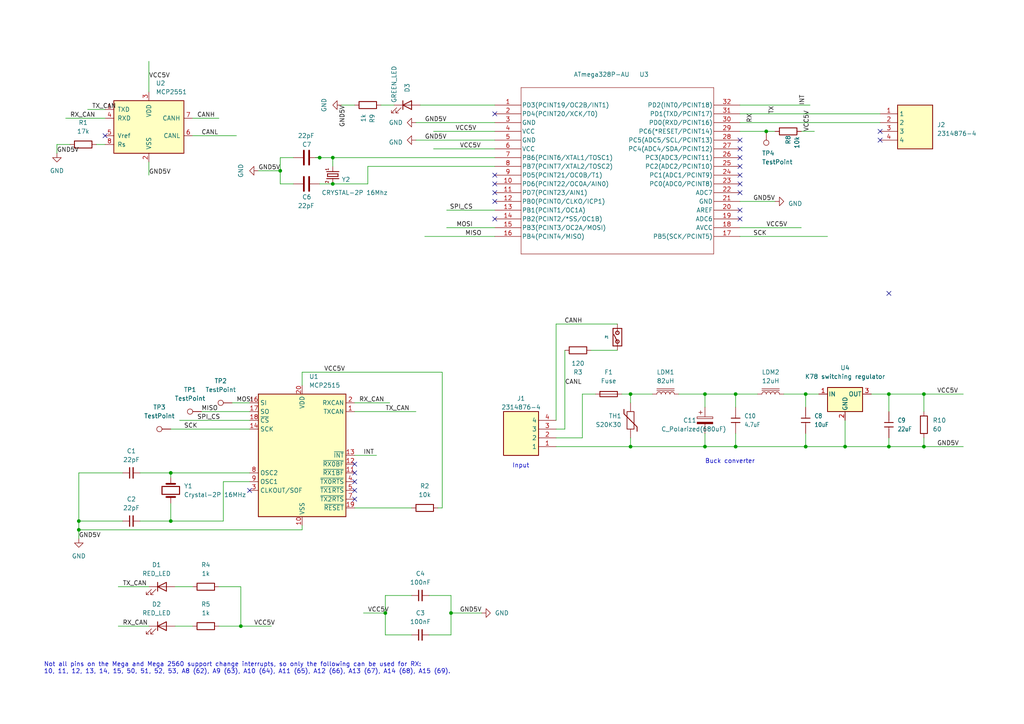
<source format=kicad_sch>
(kicad_sch (version 20230121) (generator eeschema)

  (uuid e63e39d7-6ac0-4ffd-8aa3-1841a4541b55)

  (paper "A4")

  (title_block
    (title "CAN BUS BLOK")
    (date "2023-04-25")
    (rev "v1")
    (company "DTU SOLAR")
    (comment 1 "By: Sternho and Sebz")
    (comment 2 "Only need to conect RX and TX to your circuit (not RX_CAN)")
  )

  (lib_symbols
    (symbol "2023-04-25_19-27-52:ATMEGA328P-AU" (pin_names (offset 0.254)) (in_bom yes) (on_board yes)
      (property "Reference" "U3" (at -16.51 10.16 90)
        (effects (font (size 1.27 1.27)) (justify left))
      )
      (property "Value" "ATmega328P-AU" (at -16.51 -8.89 90)
        (effects (font (size 1.27 1.27)) (justify left))
      )
      (property "Footprint" "TQFP32_32A_MCH" (at 0 0 0)
        (effects (font (size 1.27 1.27) italic) hide)
      )
      (property "Datasheet" "ATMEGA328P-AU" (at 0 0 0)
        (effects (font (size 1.27 1.27) italic) hide)
      )
      (property "ki_locked" "" (at 0 0 0)
        (effects (font (size 1.27 1.27)))
      )
      (property "ki_keywords" "ATMEGA328P-AU" (at 0 0 0)
        (effects (font (size 1.27 1.27)) hide)
      )
      (property "ki_fp_filters" "TQFP32_32A_MCH TQFP32_32A_MCH-M TQFP32_32A_MCH-L" (at 0 0 0)
        (effects (font (size 1.27 1.27)) hide)
      )
      (symbol "ATMEGA328P-AU_0_1"
        (polyline
          (pts
            (xy 7.62 -43.18)
            (xy 63.5 -43.18)
          )
          (stroke (width 0.127) (type default))
          (fill (type none))
        )
        (polyline
          (pts
            (xy 7.62 5.08)
            (xy 7.62 -43.18)
          )
          (stroke (width 0.127) (type default))
          (fill (type none))
        )
        (polyline
          (pts
            (xy 63.5 -43.18)
            (xy 63.5 5.08)
          )
          (stroke (width 0.127) (type default))
          (fill (type none))
        )
        (polyline
          (pts
            (xy 63.5 5.08)
            (xy 7.62 5.08)
          )
          (stroke (width 0.127) (type default))
          (fill (type none))
        )
        (pin bidirectional line (at 0 0 0) (length 7.62)
          (name "PD3(PCINT19/OC2B/INT1)" (effects (font (size 1.27 1.27))))
          (number "1" (effects (font (size 1.27 1.27))))
        )
        (pin bidirectional line (at 0 -22.86 0) (length 7.62)
          (name "PD6(PCINT22/OC0A/AIN0)" (effects (font (size 1.27 1.27))))
          (number "10" (effects (font (size 1.27 1.27))))
        )
        (pin input line (at 0 -25.4 0) (length 7.62)
          (name "PD7(PCINT23/AIN1)" (effects (font (size 1.27 1.27))))
          (number "11" (effects (font (size 1.27 1.27))))
        )
        (pin bidirectional line (at 0 -27.94 0) (length 7.62)
          (name "PB0(PCINT0/CLKO/ICP1)" (effects (font (size 1.27 1.27))))
          (number "12" (effects (font (size 1.27 1.27))))
        )
        (pin bidirectional line (at 0 -30.48 0) (length 7.62)
          (name "PB1(PCINT1/OC1A)" (effects (font (size 1.27 1.27))))
          (number "13" (effects (font (size 1.27 1.27))))
        )
        (pin bidirectional line (at 0 -33.02 0) (length 7.62)
          (name "PB2(PCINT2/*SS/OC1B)" (effects (font (size 1.27 1.27))))
          (number "14" (effects (font (size 1.27 1.27))))
        )
        (pin bidirectional line (at 0 -35.56 0) (length 7.62)
          (name "PB3(PCINT3/OC2A/MOSI)" (effects (font (size 1.27 1.27))))
          (number "15" (effects (font (size 1.27 1.27))))
        )
        (pin bidirectional line (at 0 -38.1 0) (length 7.62)
          (name "PB4(PCINT4/MISO)" (effects (font (size 1.27 1.27))))
          (number "16" (effects (font (size 1.27 1.27))))
        )
        (pin bidirectional line (at 71.12 -38.1 180) (length 7.62)
          (name "PB5(SCK/PCINT5)" (effects (font (size 1.27 1.27))))
          (number "17" (effects (font (size 1.27 1.27))))
        )
        (pin power_in line (at 71.12 -35.56 180) (length 7.62)
          (name "AVCC" (effects (font (size 1.27 1.27))))
          (number "18" (effects (font (size 1.27 1.27))))
        )
        (pin unspecified line (at 71.12 -33.02 180) (length 7.62)
          (name "ADC6" (effects (font (size 1.27 1.27))))
          (number "19" (effects (font (size 1.27 1.27))))
        )
        (pin bidirectional line (at 0 -2.54 0) (length 7.62)
          (name "PD4(PCINT20/XCK/T0)" (effects (font (size 1.27 1.27))))
          (number "2" (effects (font (size 1.27 1.27))))
        )
        (pin power_in line (at 71.12 -30.48 180) (length 7.62)
          (name "AREF" (effects (font (size 1.27 1.27))))
          (number "20" (effects (font (size 1.27 1.27))))
        )
        (pin power_out line (at 71.12 -27.94 180) (length 7.62)
          (name "GND" (effects (font (size 1.27 1.27))))
          (number "21" (effects (font (size 1.27 1.27))))
        )
        (pin unspecified line (at 71.12 -25.4 180) (length 7.62)
          (name "ADC7" (effects (font (size 1.27 1.27))))
          (number "22" (effects (font (size 1.27 1.27))))
        )
        (pin bidirectional line (at 71.12 -22.86 180) (length 7.62)
          (name "PC0(ADC0/PCINT8)" (effects (font (size 1.27 1.27))))
          (number "23" (effects (font (size 1.27 1.27))))
        )
        (pin bidirectional line (at 71.12 -20.32 180) (length 7.62)
          (name "PC1(ADC1/PCINT9)" (effects (font (size 1.27 1.27))))
          (number "24" (effects (font (size 1.27 1.27))))
        )
        (pin bidirectional line (at 71.12 -17.78 180) (length 7.62)
          (name "PC2(ADC2/PCINT10)" (effects (font (size 1.27 1.27))))
          (number "25" (effects (font (size 1.27 1.27))))
        )
        (pin bidirectional line (at 71.12 -15.24 180) (length 7.62)
          (name "PC3(ADC3/PCINT11)" (effects (font (size 1.27 1.27))))
          (number "26" (effects (font (size 1.27 1.27))))
        )
        (pin bidirectional line (at 71.12 -12.7 180) (length 7.62)
          (name "PC4(ADC4/SDA/PCINT12)" (effects (font (size 1.27 1.27))))
          (number "27" (effects (font (size 1.27 1.27))))
        )
        (pin bidirectional line (at 71.12 -10.16 180) (length 7.62)
          (name "PC5(ADC5/SCL/PCINT13)" (effects (font (size 1.27 1.27))))
          (number "28" (effects (font (size 1.27 1.27))))
        )
        (pin bidirectional line (at 71.12 -7.62 180) (length 7.62)
          (name "PC6(*RESET/PCINT14)" (effects (font (size 1.27 1.27))))
          (number "29" (effects (font (size 1.27 1.27))))
        )
        (pin power_out line (at 0 -5.08 0) (length 7.62)
          (name "GND" (effects (font (size 1.27 1.27))))
          (number "3" (effects (font (size 1.27 1.27))))
        )
        (pin bidirectional line (at 71.12 -5.08 180) (length 7.62)
          (name "PD0(RXD/PCINT16)" (effects (font (size 1.27 1.27))))
          (number "30" (effects (font (size 1.27 1.27))))
        )
        (pin bidirectional line (at 71.12 -2.54 180) (length 7.62)
          (name "PD1(TXD/PCINT17)" (effects (font (size 1.27 1.27))))
          (number "31" (effects (font (size 1.27 1.27))))
        )
        (pin bidirectional line (at 71.12 0 180) (length 7.62)
          (name "PD2(INT0/PCINT18)" (effects (font (size 1.27 1.27))))
          (number "32" (effects (font (size 1.27 1.27))))
        )
        (pin power_in line (at 0 -7.62 0) (length 7.62)
          (name "VCC" (effects (font (size 1.27 1.27))))
          (number "4" (effects (font (size 1.27 1.27))))
        )
        (pin power_out line (at 0 -10.16 0) (length 7.62)
          (name "GND" (effects (font (size 1.27 1.27))))
          (number "5" (effects (font (size 1.27 1.27))))
        )
        (pin power_in line (at 0 -12.7 0) (length 7.62)
          (name "VCC" (effects (font (size 1.27 1.27))))
          (number "6" (effects (font (size 1.27 1.27))))
        )
        (pin bidirectional line (at 0 -15.24 0) (length 7.62)
          (name "PB6(PCINT6/XTAL1/TOSC1)" (effects (font (size 1.27 1.27))))
          (number "7" (effects (font (size 1.27 1.27))))
        )
        (pin bidirectional line (at 0 -17.78 0) (length 7.62)
          (name "PB7(PCINT7/XTAL2/TOSC2)" (effects (font (size 1.27 1.27))))
          (number "8" (effects (font (size 1.27 1.27))))
        )
        (pin bidirectional line (at 0 -20.32 0) (length 7.62)
          (name "PD5(PCINT21/OC0B/T1)" (effects (font (size 1.27 1.27))))
          (number "9" (effects (font (size 1.27 1.27))))
        )
      )
    )
    (symbol "CANBUS-eagle-import:C" (in_bom yes) (on_board yes)
      (property "Reference" "C" (at -3.81 0 0)
        (effects (font (size 1.27 1.0795)) (justify left bottom))
      )
      (property "Value" "C" (at 0 0 0)
        (effects (font (size 1.27 1.0795)) (justify left bottom))
      )
      (property "Footprint" "CANBUS:C1206" (at 0 0 0)
        (effects (font (size 1.27 1.27)) hide)
      )
      (property "Datasheet" "" (at 0 0 0)
        (effects (font (size 1.27 1.27)) hide)
      )
      (property "ki_locked" "" (at 0 0 0)
        (effects (font (size 1.27 1.27)))
      )
      (symbol "C_1_0"
        (polyline
          (pts
            (xy -1.27 0)
            (xy -0.635 0)
          )
          (stroke (width 0.1524) (type default))
          (fill (type none))
        )
        (polyline
          (pts
            (xy -0.635 -1.27)
            (xy -0.635 0)
          )
          (stroke (width 0.254) (type default))
          (fill (type none))
        )
        (polyline
          (pts
            (xy -0.635 0)
            (xy -0.635 1.27)
          )
          (stroke (width 0.254) (type default))
          (fill (type none))
        )
        (polyline
          (pts
            (xy 0.635 0)
            (xy 0.635 -1.27)
          )
          (stroke (width 0.254) (type default))
          (fill (type none))
        )
        (polyline
          (pts
            (xy 0.635 0)
            (xy 1.27 0)
          )
          (stroke (width 0.1524) (type default))
          (fill (type none))
        )
        (polyline
          (pts
            (xy 0.635 1.27)
            (xy 0.635 0)
          )
          (stroke (width 0.254) (type default))
          (fill (type none))
        )
        (pin passive line (at -3.81 0 0) (length 2.54)
          (name "1" (effects (font (size 0 0))))
          (number "1" (effects (font (size 0 0))))
        )
        (pin passive line (at 3.81 0 180) (length 2.54)
          (name "2" (effects (font (size 0 0))))
          (number "2" (effects (font (size 0 0))))
        )
      )
    )
    (symbol "CANBUS-eagle-import:CRYSTAL-2P-5032" (in_bom yes) (on_board yes)
      (property "Reference" "X" (at -2.54 1.27 0)
        (effects (font (size 1.27 1.0795)) (justify left bottom))
      )
      (property "Value" "CRYSTAL-2P-5032" (at 1.27 1.27 0)
        (effects (font (size 1.27 1.0795)) (justify left bottom))
      )
      (property "Footprint" "CANBUS:X2-SMD-5.0X3.2X1.3MM" (at 0 0 0)
        (effects (font (size 1.27 1.27)) hide)
      )
      (property "Datasheet" "" (at 0 0 0)
        (effects (font (size 1.27 1.27)) hide)
      )
      (property "ki_locked" "" (at 0 0 0)
        (effects (font (size 1.27 1.27)))
      )
      (symbol "CRYSTAL-2P-5032_1_0"
        (polyline
          (pts
            (xy -1.016 0)
            (xy -2.54 0)
          )
          (stroke (width 0.1524) (type default))
          (fill (type none))
        )
        (polyline
          (pts
            (xy -1.016 0)
            (xy -1.016 -1.778)
          )
          (stroke (width 0.254) (type default))
          (fill (type none))
        )
        (polyline
          (pts
            (xy -1.016 1.778)
            (xy -1.016 0)
          )
          (stroke (width 0.254) (type default))
          (fill (type none))
        )
        (polyline
          (pts
            (xy -0.381 -1.524)
            (xy 0.381 -1.524)
          )
          (stroke (width 0.254) (type default))
          (fill (type none))
        )
        (polyline
          (pts
            (xy -0.381 1.524)
            (xy -0.381 -1.524)
          )
          (stroke (width 0.254) (type default))
          (fill (type none))
        )
        (polyline
          (pts
            (xy 0.381 -1.524)
            (xy 0.381 1.524)
          )
          (stroke (width 0.254) (type default))
          (fill (type none))
        )
        (polyline
          (pts
            (xy 0.381 1.524)
            (xy -0.381 1.524)
          )
          (stroke (width 0.254) (type default))
          (fill (type none))
        )
        (polyline
          (pts
            (xy 1.016 0)
            (xy 1.016 -1.778)
          )
          (stroke (width 0.254) (type default))
          (fill (type none))
        )
        (polyline
          (pts
            (xy 1.016 0)
            (xy 2.54 0)
          )
          (stroke (width 0.1524) (type default))
          (fill (type none))
        )
        (polyline
          (pts
            (xy 1.016 1.778)
            (xy 1.016 0)
          )
          (stroke (width 0.254) (type default))
          (fill (type none))
        )
        (text "1" (at -2.159 -1.143 0)
          (effects (font (size 0.8636 0.734)) (justify left bottom))
        )
        (text "2" (at 1.524 -1.143 0)
          (effects (font (size 0.8636 0.734)) (justify left bottom))
        )
        (pin passive line (at -2.54 0 0) (length 0)
          (name "1" (effects (font (size 0 0))))
          (number "1" (effects (font (size 0 0))))
        )
        (pin passive line (at 2.54 0 180) (length 0)
          (name "2" (effects (font (size 0 0))))
          (number "2" (effects (font (size 0 0))))
        )
      )
    )
    (symbol "CANBUS-eagle-import:PAD-JUMPER-2P" (in_bom yes) (on_board yes)
      (property "Reference" "P" (at -1.27 1.524 0)
        (effects (font (size 0.635 0.5397)) (justify left bottom))
      )
      (property "Value" "PAD-JUMPER-2P" (at 0 0 0)
        (effects (font (size 1.27 1.27)) hide)
      )
      (property "Footprint" "CANBUS:2P-SMD-1.78X1.27" (at 0 0 0)
        (effects (font (size 1.27 1.27)) hide)
      )
      (property "Datasheet" "" (at 0 0 0)
        (effects (font (size 1.27 1.27)) hide)
      )
      (property "ki_locked" "" (at 0 0 0)
        (effects (font (size 1.27 1.27)))
      )
      (symbol "PAD-JUMPER-2P_1_0"
        (circle (center -1.27 0) (radius 0.508)
          (stroke (width 0.254) (type default))
          (fill (type none))
        )
        (polyline
          (pts
            (xy -2.54 -1.27)
            (xy -2.54 1.27)
          )
          (stroke (width 0.254) (type default))
          (fill (type none))
        )
        (polyline
          (pts
            (xy -2.54 1.27)
            (xy 2.54 1.27)
          )
          (stroke (width 0.254) (type default))
          (fill (type none))
        )
        (polyline
          (pts
            (xy -1.27 0)
            (xy 0.762 1.016)
          )
          (stroke (width 0.254) (type default))
          (fill (type none))
        )
        (polyline
          (pts
            (xy 2.54 -1.27)
            (xy -2.54 -1.27)
          )
          (stroke (width 0.254) (type default))
          (fill (type none))
        )
        (polyline
          (pts
            (xy 2.54 1.27)
            (xy 2.54 -1.27)
          )
          (stroke (width 0.254) (type default))
          (fill (type none))
        )
        (circle (center 1.27 0) (radius 0.508)
          (stroke (width 0.254) (type default))
          (fill (type none))
        )
        (pin bidirectional line (at -3.81 0 0) (length 2.54)
          (name "1" (effects (font (size 0 0))))
          (number "1" (effects (font (size 0 0))))
        )
        (pin bidirectional line (at 3.81 0 180) (length 2.54)
          (name "2" (effects (font (size 0 0))))
          (number "2" (effects (font (size 0 0))))
        )
      )
    )
    (symbol "Connector:TestPoint" (pin_numbers hide) (pin_names (offset 0.762) hide) (in_bom yes) (on_board yes)
      (property "Reference" "TP" (at 0 6.858 0)
        (effects (font (size 1.27 1.27)))
      )
      (property "Value" "TestPoint" (at 0 5.08 0)
        (effects (font (size 1.27 1.27)))
      )
      (property "Footprint" "" (at 5.08 0 0)
        (effects (font (size 1.27 1.27)) hide)
      )
      (property "Datasheet" "~" (at 5.08 0 0)
        (effects (font (size 1.27 1.27)) hide)
      )
      (property "ki_keywords" "test point tp" (at 0 0 0)
        (effects (font (size 1.27 1.27)) hide)
      )
      (property "ki_description" "test point" (at 0 0 0)
        (effects (font (size 1.27 1.27)) hide)
      )
      (property "ki_fp_filters" "Pin* Test*" (at 0 0 0)
        (effects (font (size 1.27 1.27)) hide)
      )
      (symbol "TestPoint_0_1"
        (circle (center 0 3.302) (radius 0.762)
          (stroke (width 0) (type default))
          (fill (type none))
        )
      )
      (symbol "TestPoint_1_1"
        (pin passive line (at 0 0 90) (length 2.54)
          (name "1" (effects (font (size 1.27 1.27))))
          (number "1" (effects (font (size 1.27 1.27))))
        )
      )
    )
    (symbol "Device:C" (pin_numbers hide) (pin_names (offset 0.254)) (in_bom yes) (on_board yes)
      (property "Reference" "C" (at 0.635 2.54 0)
        (effects (font (size 1.27 1.27)) (justify left))
      )
      (property "Value" "C" (at 0.635 -2.54 0)
        (effects (font (size 1.27 1.27)) (justify left))
      )
      (property "Footprint" "" (at 0.9652 -3.81 0)
        (effects (font (size 1.27 1.27)) hide)
      )
      (property "Datasheet" "~" (at 0 0 0)
        (effects (font (size 1.27 1.27)) hide)
      )
      (property "ki_keywords" "cap capacitor" (at 0 0 0)
        (effects (font (size 1.27 1.27)) hide)
      )
      (property "ki_description" "Unpolarized capacitor" (at 0 0 0)
        (effects (font (size 1.27 1.27)) hide)
      )
      (property "ki_fp_filters" "C_*" (at 0 0 0)
        (effects (font (size 1.27 1.27)) hide)
      )
      (symbol "C_0_1"
        (polyline
          (pts
            (xy -2.032 -0.762)
            (xy 2.032 -0.762)
          )
          (stroke (width 0.508) (type default))
          (fill (type none))
        )
        (polyline
          (pts
            (xy -2.032 0.762)
            (xy 2.032 0.762)
          )
          (stroke (width 0.508) (type default))
          (fill (type none))
        )
      )
      (symbol "C_1_1"
        (pin passive line (at 0 3.81 270) (length 2.794)
          (name "~" (effects (font (size 1.27 1.27))))
          (number "1" (effects (font (size 1.27 1.27))))
        )
        (pin passive line (at 0 -3.81 90) (length 2.794)
          (name "~" (effects (font (size 1.27 1.27))))
          (number "2" (effects (font (size 1.27 1.27))))
        )
      )
    )
    (symbol "Device:C_Polarized" (pin_numbers hide) (pin_names (offset 0.254)) (in_bom yes) (on_board yes)
      (property "Reference" "C" (at 0.635 2.54 0)
        (effects (font (size 1.27 1.27)) (justify left))
      )
      (property "Value" "C_Polarized" (at 0.635 -2.54 0)
        (effects (font (size 1.27 1.27)) (justify left))
      )
      (property "Footprint" "" (at 0.9652 -3.81 0)
        (effects (font (size 1.27 1.27)) hide)
      )
      (property "Datasheet" "~" (at 0 0 0)
        (effects (font (size 1.27 1.27)) hide)
      )
      (property "ki_keywords" "cap capacitor" (at 0 0 0)
        (effects (font (size 1.27 1.27)) hide)
      )
      (property "ki_description" "Polarized capacitor" (at 0 0 0)
        (effects (font (size 1.27 1.27)) hide)
      )
      (property "ki_fp_filters" "CP_*" (at 0 0 0)
        (effects (font (size 1.27 1.27)) hide)
      )
      (symbol "C_Polarized_0_1"
        (rectangle (start -2.286 0.508) (end 2.286 1.016)
          (stroke (width 0) (type default))
          (fill (type none))
        )
        (polyline
          (pts
            (xy -1.778 2.286)
            (xy -0.762 2.286)
          )
          (stroke (width 0) (type default))
          (fill (type none))
        )
        (polyline
          (pts
            (xy -1.27 2.794)
            (xy -1.27 1.778)
          )
          (stroke (width 0) (type default))
          (fill (type none))
        )
        (rectangle (start 2.286 -0.508) (end -2.286 -1.016)
          (stroke (width 0) (type default))
          (fill (type outline))
        )
      )
      (symbol "C_Polarized_1_1"
        (pin passive line (at 0 3.81 270) (length 2.794)
          (name "~" (effects (font (size 1.27 1.27))))
          (number "1" (effects (font (size 1.27 1.27))))
        )
        (pin passive line (at 0 -3.81 90) (length 2.794)
          (name "~" (effects (font (size 1.27 1.27))))
          (number "2" (effects (font (size 1.27 1.27))))
        )
      )
    )
    (symbol "Device:C_Small" (pin_numbers hide) (pin_names (offset 0.254) hide) (in_bom yes) (on_board yes)
      (property "Reference" "C" (at 0.254 1.778 0)
        (effects (font (size 1.27 1.27)) (justify left))
      )
      (property "Value" "C_Small" (at 0.254 -2.032 0)
        (effects (font (size 1.27 1.27)) (justify left))
      )
      (property "Footprint" "" (at 0 0 0)
        (effects (font (size 1.27 1.27)) hide)
      )
      (property "Datasheet" "~" (at 0 0 0)
        (effects (font (size 1.27 1.27)) hide)
      )
      (property "ki_keywords" "capacitor cap" (at 0 0 0)
        (effects (font (size 1.27 1.27)) hide)
      )
      (property "ki_description" "Unpolarized capacitor, small symbol" (at 0 0 0)
        (effects (font (size 1.27 1.27)) hide)
      )
      (property "ki_fp_filters" "C_*" (at 0 0 0)
        (effects (font (size 1.27 1.27)) hide)
      )
      (symbol "C_Small_0_1"
        (polyline
          (pts
            (xy -1.524 -0.508)
            (xy 1.524 -0.508)
          )
          (stroke (width 0.3302) (type default))
          (fill (type none))
        )
        (polyline
          (pts
            (xy -1.524 0.508)
            (xy 1.524 0.508)
          )
          (stroke (width 0.3048) (type default))
          (fill (type none))
        )
      )
      (symbol "C_Small_1_1"
        (pin passive line (at 0 2.54 270) (length 2.032)
          (name "~" (effects (font (size 1.27 1.27))))
          (number "1" (effects (font (size 1.27 1.27))))
        )
        (pin passive line (at 0 -2.54 90) (length 2.032)
          (name "~" (effects (font (size 1.27 1.27))))
          (number "2" (effects (font (size 1.27 1.27))))
        )
      )
    )
    (symbol "Device:Crystal" (pin_numbers hide) (pin_names (offset 1.016) hide) (in_bom yes) (on_board yes)
      (property "Reference" "Y" (at 0 3.81 0)
        (effects (font (size 1.27 1.27)))
      )
      (property "Value" "Crystal" (at 0 -3.81 0)
        (effects (font (size 1.27 1.27)))
      )
      (property "Footprint" "" (at 0 0 0)
        (effects (font (size 1.27 1.27)) hide)
      )
      (property "Datasheet" "~" (at 0 0 0)
        (effects (font (size 1.27 1.27)) hide)
      )
      (property "ki_keywords" "quartz ceramic resonator oscillator" (at 0 0 0)
        (effects (font (size 1.27 1.27)) hide)
      )
      (property "ki_description" "Two pin crystal" (at 0 0 0)
        (effects (font (size 1.27 1.27)) hide)
      )
      (property "ki_fp_filters" "Crystal*" (at 0 0 0)
        (effects (font (size 1.27 1.27)) hide)
      )
      (symbol "Crystal_0_1"
        (rectangle (start -1.143 2.54) (end 1.143 -2.54)
          (stroke (width 0.3048) (type default))
          (fill (type none))
        )
        (polyline
          (pts
            (xy -2.54 0)
            (xy -1.905 0)
          )
          (stroke (width 0) (type default))
          (fill (type none))
        )
        (polyline
          (pts
            (xy -1.905 -1.27)
            (xy -1.905 1.27)
          )
          (stroke (width 0.508) (type default))
          (fill (type none))
        )
        (polyline
          (pts
            (xy 1.905 -1.27)
            (xy 1.905 1.27)
          )
          (stroke (width 0.508) (type default))
          (fill (type none))
        )
        (polyline
          (pts
            (xy 2.54 0)
            (xy 1.905 0)
          )
          (stroke (width 0) (type default))
          (fill (type none))
        )
      )
      (symbol "Crystal_1_1"
        (pin passive line (at -3.81 0 0) (length 1.27)
          (name "1" (effects (font (size 1.27 1.27))))
          (number "1" (effects (font (size 1.27 1.27))))
        )
        (pin passive line (at 3.81 0 180) (length 1.27)
          (name "2" (effects (font (size 1.27 1.27))))
          (number "2" (effects (font (size 1.27 1.27))))
        )
      )
    )
    (symbol "Device:Fuse" (pin_numbers hide) (pin_names (offset 0)) (in_bom yes) (on_board yes)
      (property "Reference" "F" (at 2.032 0 90)
        (effects (font (size 1.27 1.27)))
      )
      (property "Value" "Fuse" (at -1.905 0 90)
        (effects (font (size 1.27 1.27)))
      )
      (property "Footprint" "" (at -1.778 0 90)
        (effects (font (size 1.27 1.27)) hide)
      )
      (property "Datasheet" "~" (at 0 0 0)
        (effects (font (size 1.27 1.27)) hide)
      )
      (property "ki_keywords" "fuse" (at 0 0 0)
        (effects (font (size 1.27 1.27)) hide)
      )
      (property "ki_description" "Fuse" (at 0 0 0)
        (effects (font (size 1.27 1.27)) hide)
      )
      (property "ki_fp_filters" "*Fuse*" (at 0 0 0)
        (effects (font (size 1.27 1.27)) hide)
      )
      (symbol "Fuse_0_1"
        (rectangle (start -0.762 -2.54) (end 0.762 2.54)
          (stroke (width 0.254) (type default))
          (fill (type none))
        )
        (polyline
          (pts
            (xy 0 2.54)
            (xy 0 -2.54)
          )
          (stroke (width 0) (type default))
          (fill (type none))
        )
      )
      (symbol "Fuse_1_1"
        (pin passive line (at 0 3.81 270) (length 1.27)
          (name "~" (effects (font (size 1.27 1.27))))
          (number "1" (effects (font (size 1.27 1.27))))
        )
        (pin passive line (at 0 -3.81 90) (length 1.27)
          (name "~" (effects (font (size 1.27 1.27))))
          (number "2" (effects (font (size 1.27 1.27))))
        )
      )
    )
    (symbol "Device:LED" (pin_numbers hide) (pin_names (offset 1.016) hide) (in_bom yes) (on_board yes)
      (property "Reference" "D" (at 0 2.54 0)
        (effects (font (size 1.27 1.27)))
      )
      (property "Value" "LED" (at 0 -2.54 0)
        (effects (font (size 1.27 1.27)))
      )
      (property "Footprint" "" (at 0 0 0)
        (effects (font (size 1.27 1.27)) hide)
      )
      (property "Datasheet" "~" (at 0 0 0)
        (effects (font (size 1.27 1.27)) hide)
      )
      (property "ki_keywords" "LED diode" (at 0 0 0)
        (effects (font (size 1.27 1.27)) hide)
      )
      (property "ki_description" "Light emitting diode" (at 0 0 0)
        (effects (font (size 1.27 1.27)) hide)
      )
      (property "ki_fp_filters" "LED* LED_SMD:* LED_THT:*" (at 0 0 0)
        (effects (font (size 1.27 1.27)) hide)
      )
      (symbol "LED_0_1"
        (polyline
          (pts
            (xy -1.27 -1.27)
            (xy -1.27 1.27)
          )
          (stroke (width 0.254) (type default))
          (fill (type none))
        )
        (polyline
          (pts
            (xy -1.27 0)
            (xy 1.27 0)
          )
          (stroke (width 0) (type default))
          (fill (type none))
        )
        (polyline
          (pts
            (xy 1.27 -1.27)
            (xy 1.27 1.27)
            (xy -1.27 0)
            (xy 1.27 -1.27)
          )
          (stroke (width 0.254) (type default))
          (fill (type none))
        )
        (polyline
          (pts
            (xy -3.048 -0.762)
            (xy -4.572 -2.286)
            (xy -3.81 -2.286)
            (xy -4.572 -2.286)
            (xy -4.572 -1.524)
          )
          (stroke (width 0) (type default))
          (fill (type none))
        )
        (polyline
          (pts
            (xy -1.778 -0.762)
            (xy -3.302 -2.286)
            (xy -2.54 -2.286)
            (xy -3.302 -2.286)
            (xy -3.302 -1.524)
          )
          (stroke (width 0) (type default))
          (fill (type none))
        )
      )
      (symbol "LED_1_1"
        (pin passive line (at -3.81 0 0) (length 2.54)
          (name "K" (effects (font (size 1.27 1.27))))
          (number "1" (effects (font (size 1.27 1.27))))
        )
        (pin passive line (at 3.81 0 180) (length 2.54)
          (name "A" (effects (font (size 1.27 1.27))))
          (number "2" (effects (font (size 1.27 1.27))))
        )
      )
    )
    (symbol "Device:L_Iron" (pin_numbers hide) (pin_names (offset 1.016) hide) (in_bom yes) (on_board yes)
      (property "Reference" "L" (at -1.27 0 90)
        (effects (font (size 1.27 1.27)))
      )
      (property "Value" "L_Iron" (at 2.794 0 90)
        (effects (font (size 1.27 1.27)))
      )
      (property "Footprint" "" (at 0 0 0)
        (effects (font (size 1.27 1.27)) hide)
      )
      (property "Datasheet" "~" (at 0 0 0)
        (effects (font (size 1.27 1.27)) hide)
      )
      (property "ki_keywords" "inductor choke coil reactor magnetic" (at 0 0 0)
        (effects (font (size 1.27 1.27)) hide)
      )
      (property "ki_description" "Inductor with iron core" (at 0 0 0)
        (effects (font (size 1.27 1.27)) hide)
      )
      (property "ki_fp_filters" "Choke_* *Coil* Inductor_* L_*" (at 0 0 0)
        (effects (font (size 1.27 1.27)) hide)
      )
      (symbol "L_Iron_0_1"
        (arc (start 0 -2.54) (mid 0.6323 -1.905) (end 0 -1.27)
          (stroke (width 0) (type default))
          (fill (type none))
        )
        (arc (start 0 -1.27) (mid 0.6323 -0.635) (end 0 0)
          (stroke (width 0) (type default))
          (fill (type none))
        )
        (polyline
          (pts
            (xy 1.016 2.54)
            (xy 1.016 -2.54)
          )
          (stroke (width 0) (type default))
          (fill (type none))
        )
        (polyline
          (pts
            (xy 1.524 -2.54)
            (xy 1.524 2.54)
          )
          (stroke (width 0) (type default))
          (fill (type none))
        )
        (arc (start 0 0) (mid 0.6323 0.635) (end 0 1.27)
          (stroke (width 0) (type default))
          (fill (type none))
        )
        (arc (start 0 1.27) (mid 0.6323 1.905) (end 0 2.54)
          (stroke (width 0) (type default))
          (fill (type none))
        )
      )
      (symbol "L_Iron_1_1"
        (pin passive line (at 0 3.81 270) (length 1.27)
          (name "1" (effects (font (size 1.27 1.27))))
          (number "1" (effects (font (size 1.27 1.27))))
        )
        (pin passive line (at 0 -3.81 90) (length 1.27)
          (name "2" (effects (font (size 1.27 1.27))))
          (number "2" (effects (font (size 1.27 1.27))))
        )
      )
    )
    (symbol "Device:R" (pin_numbers hide) (pin_names (offset 0)) (in_bom yes) (on_board yes)
      (property "Reference" "R" (at 2.032 0 90)
        (effects (font (size 1.27 1.27)))
      )
      (property "Value" "R" (at 0 0 90)
        (effects (font (size 1.27 1.27)))
      )
      (property "Footprint" "" (at -1.778 0 90)
        (effects (font (size 1.27 1.27)) hide)
      )
      (property "Datasheet" "~" (at 0 0 0)
        (effects (font (size 1.27 1.27)) hide)
      )
      (property "ki_keywords" "R res resistor" (at 0 0 0)
        (effects (font (size 1.27 1.27)) hide)
      )
      (property "ki_description" "Resistor" (at 0 0 0)
        (effects (font (size 1.27 1.27)) hide)
      )
      (property "ki_fp_filters" "R_*" (at 0 0 0)
        (effects (font (size 1.27 1.27)) hide)
      )
      (symbol "R_0_1"
        (rectangle (start -1.016 -2.54) (end 1.016 2.54)
          (stroke (width 0.254) (type default))
          (fill (type none))
        )
      )
      (symbol "R_1_1"
        (pin passive line (at 0 3.81 270) (length 1.27)
          (name "~" (effects (font (size 1.27 1.27))))
          (number "1" (effects (font (size 1.27 1.27))))
        )
        (pin passive line (at 0 -3.81 90) (length 1.27)
          (name "~" (effects (font (size 1.27 1.27))))
          (number "2" (effects (font (size 1.27 1.27))))
        )
      )
    )
    (symbol "Device:Thermistor" (pin_numbers hide) (pin_names (offset 0)) (in_bom yes) (on_board yes)
      (property "Reference" "TH" (at 2.54 1.27 90)
        (effects (font (size 1.27 1.27)))
      )
      (property "Value" "Thermistor" (at -2.54 0 90)
        (effects (font (size 1.27 1.27)) (justify bottom))
      )
      (property "Footprint" "" (at 0 0 0)
        (effects (font (size 1.27 1.27)) hide)
      )
      (property "Datasheet" "~" (at 0 0 0)
        (effects (font (size 1.27 1.27)) hide)
      )
      (property "ki_keywords" "R res thermistor" (at 0 0 0)
        (effects (font (size 1.27 1.27)) hide)
      )
      (property "ki_description" "Temperature dependent resistor" (at 0 0 0)
        (effects (font (size 1.27 1.27)) hide)
      )
      (property "ki_fp_filters" "R_*" (at 0 0 0)
        (effects (font (size 1.27 1.27)) hide)
      )
      (symbol "Thermistor_0_1"
        (rectangle (start -1.016 2.54) (end 1.016 -2.54)
          (stroke (width 0.2032) (type default))
          (fill (type none))
        )
        (polyline
          (pts
            (xy -1.905 3.175)
            (xy -1.905 1.905)
            (xy 1.905 -1.905)
            (xy 1.905 -3.175)
            (xy 1.905 -3.175)
          )
          (stroke (width 0.254) (type default))
          (fill (type none))
        )
      )
      (symbol "Thermistor_1_1"
        (pin passive line (at 0 5.08 270) (length 2.54)
          (name "~" (effects (font (size 1.27 1.27))))
          (number "1" (effects (font (size 1.27 1.27))))
        )
        (pin passive line (at 0 -5.08 90) (length 2.54)
          (name "~" (effects (font (size 1.27 1.27))))
          (number "2" (effects (font (size 1.27 1.27))))
        )
      )
    )
    (symbol "GND_1" (power) (pin_names (offset 0)) (in_bom yes) (on_board yes)
      (property "Reference" "#PWR" (at 0 -6.35 0)
        (effects (font (size 1.27 1.27)) hide)
      )
      (property "Value" "GND_1" (at 0 -3.81 0)
        (effects (font (size 1.27 1.27)))
      )
      (property "Footprint" "" (at 0 0 0)
        (effects (font (size 1.27 1.27)) hide)
      )
      (property "Datasheet" "" (at 0 0 0)
        (effects (font (size 1.27 1.27)) hide)
      )
      (property "ki_keywords" "global power" (at 0 0 0)
        (effects (font (size 1.27 1.27)) hide)
      )
      (property "ki_description" "Power symbol creates a global label with name \"GND\" , ground" (at 0 0 0)
        (effects (font (size 1.27 1.27)) hide)
      )
      (symbol "GND_1_0_1"
        (polyline
          (pts
            (xy 0 0)
            (xy 0 -1.27)
            (xy 1.27 -1.27)
            (xy 0 -2.54)
            (xy -1.27 -1.27)
            (xy 0 -1.27)
          )
          (stroke (width 0) (type default))
          (fill (type none))
        )
      )
      (symbol "GND_1_1_1"
        (pin power_in line (at 0 0 270) (length 0) hide
          (name "GND" (effects (font (size 1.27 1.27))))
          (number "1" (effects (font (size 1.27 1.27))))
        )
      )
    )
    (symbol "GND_2" (power) (pin_names (offset 0)) (in_bom yes) (on_board yes)
      (property "Reference" "#PWR" (at 0 -6.35 0)
        (effects (font (size 1.27 1.27)) hide)
      )
      (property "Value" "GND_2" (at 0 -3.81 0)
        (effects (font (size 1.27 1.27)))
      )
      (property "Footprint" "" (at 0 0 0)
        (effects (font (size 1.27 1.27)) hide)
      )
      (property "Datasheet" "" (at 0 0 0)
        (effects (font (size 1.27 1.27)) hide)
      )
      (property "ki_keywords" "global power" (at 0 0 0)
        (effects (font (size 1.27 1.27)) hide)
      )
      (property "ki_description" "Power symbol creates a global label with name \"GND\" , ground" (at 0 0 0)
        (effects (font (size 1.27 1.27)) hide)
      )
      (symbol "GND_2_0_1"
        (polyline
          (pts
            (xy 0 0)
            (xy 0 -1.27)
            (xy 1.27 -1.27)
            (xy 0 -2.54)
            (xy -1.27 -1.27)
            (xy 0 -1.27)
          )
          (stroke (width 0) (type default))
          (fill (type none))
        )
      )
      (symbol "GND_2_1_1"
        (pin power_in line (at 0 0 270) (length 0) hide
          (name "GND" (effects (font (size 1.27 1.27))))
          (number "1" (effects (font (size 1.27 1.27))))
        )
      )
    )
    (symbol "Interface_CAN_LIN:MCP2515-xST" (in_bom yes) (on_board yes)
      (property "Reference" "U" (at -10.16 19.685 0)
        (effects (font (size 1.27 1.27)) (justify right))
      )
      (property "Value" "MCP2515-xST" (at 19.05 20.32 0)
        (effects (font (size 1.27 1.27)) (justify right top))
      )
      (property "Footprint" "Package_SO:TSSOP-20_4.4x6.5mm_P0.65mm" (at 0 -22.86 0)
        (effects (font (size 1.27 1.27) italic) hide)
      )
      (property "Datasheet" "http://ww1.microchip.com/downloads/en/DeviceDoc/21801e.pdf" (at 2.54 -20.32 0)
        (effects (font (size 1.27 1.27)) hide)
      )
      (property "ki_keywords" "CAN Controller SPI" (at 0 0 0)
        (effects (font (size 1.27 1.27)) hide)
      )
      (property "ki_description" "Stand-Alone CAN Controller with SPI Interface, TSSOP-20" (at 0 0 0)
        (effects (font (size 1.27 1.27)) hide)
      )
      (property "ki_fp_filters" "TSSOP*4.4x6.5mm*P0.65mm*" (at 0 0 0)
        (effects (font (size 1.27 1.27)) hide)
      )
      (symbol "MCP2515-xST_0_1"
        (rectangle (start -12.7 17.78) (end 12.7 -17.78)
          (stroke (width 0.254) (type default))
          (fill (type background))
        )
      )
      (symbol "MCP2515-xST_1_1"
        (pin output line (at 15.24 12.7 180) (length 2.54)
          (name "TXCAN" (effects (font (size 1.27 1.27))))
          (number "1" (effects (font (size 1.27 1.27))))
        )
        (pin power_in line (at 0 -20.32 90) (length 2.54)
          (name "VSS" (effects (font (size 1.27 1.27))))
          (number "10" (effects (font (size 1.27 1.27))))
        )
        (pin output line (at 15.24 -5.08 180) (length 2.54)
          (name "~{RX1BF}" (effects (font (size 1.27 1.27))))
          (number "11" (effects (font (size 1.27 1.27))))
        )
        (pin output line (at 15.24 -2.54 180) (length 2.54)
          (name "~{RX0BF}" (effects (font (size 1.27 1.27))))
          (number "12" (effects (font (size 1.27 1.27))))
        )
        (pin output line (at 15.24 0 180) (length 2.54)
          (name "~{INT}" (effects (font (size 1.27 1.27))))
          (number "13" (effects (font (size 1.27 1.27))))
        )
        (pin input line (at -15.24 7.62 0) (length 2.54)
          (name "SCK" (effects (font (size 1.27 1.27))))
          (number "14" (effects (font (size 1.27 1.27))))
        )
        (pin no_connect line (at -12.7 -2.54 0) (length 2.54) hide
          (name "NC" (effects (font (size 1.27 1.27))))
          (number "15" (effects (font (size 1.27 1.27))))
        )
        (pin input line (at -15.24 15.24 0) (length 2.54)
          (name "SI" (effects (font (size 1.27 1.27))))
          (number "16" (effects (font (size 1.27 1.27))))
        )
        (pin output line (at -15.24 12.7 0) (length 2.54)
          (name "SO" (effects (font (size 1.27 1.27))))
          (number "17" (effects (font (size 1.27 1.27))))
        )
        (pin input line (at -15.24 10.16 0) (length 2.54)
          (name "~{CS}" (effects (font (size 1.27 1.27))))
          (number "18" (effects (font (size 1.27 1.27))))
        )
        (pin input line (at 15.24 -15.24 180) (length 2.54)
          (name "~{RESET}" (effects (font (size 1.27 1.27))))
          (number "19" (effects (font (size 1.27 1.27))))
        )
        (pin input line (at 15.24 15.24 180) (length 2.54)
          (name "RXCAN" (effects (font (size 1.27 1.27))))
          (number "2" (effects (font (size 1.27 1.27))))
        )
        (pin power_in line (at 0 20.32 270) (length 2.54)
          (name "VDD" (effects (font (size 1.27 1.27))))
          (number "20" (effects (font (size 1.27 1.27))))
        )
        (pin output line (at -15.24 -10.16 0) (length 2.54)
          (name "CLKOUT/SOF" (effects (font (size 1.27 1.27))))
          (number "3" (effects (font (size 1.27 1.27))))
        )
        (pin input line (at 15.24 -7.62 180) (length 2.54)
          (name "~{TX0RTS}" (effects (font (size 1.27 1.27))))
          (number "4" (effects (font (size 1.27 1.27))))
        )
        (pin input line (at 15.24 -10.16 180) (length 2.54)
          (name "~{TX1RTS}" (effects (font (size 1.27 1.27))))
          (number "5" (effects (font (size 1.27 1.27))))
        )
        (pin no_connect line (at -12.7 0 0) (length 2.54) hide
          (name "NC" (effects (font (size 1.27 1.27))))
          (number "6" (effects (font (size 1.27 1.27))))
        )
        (pin input line (at 15.24 -12.7 180) (length 2.54)
          (name "~{TX2RTS}" (effects (font (size 1.27 1.27))))
          (number "7" (effects (font (size 1.27 1.27))))
        )
        (pin output line (at -15.24 -5.08 0) (length 2.54)
          (name "OSC2" (effects (font (size 1.27 1.27))))
          (number "8" (effects (font (size 1.27 1.27))))
        )
        (pin input line (at -15.24 -7.62 0) (length 2.54)
          (name "OSC1" (effects (font (size 1.27 1.27))))
          (number "9" (effects (font (size 1.27 1.27))))
        )
      )
    )
    (symbol "Interface_CAN_LIN:MCP2551-I-SN" (pin_names (offset 1.016)) (in_bom yes) (on_board yes)
      (property "Reference" "U" (at -10.16 8.89 0)
        (effects (font (size 1.27 1.27)) (justify left))
      )
      (property "Value" "MCP2551-I-SN" (at 2.54 8.89 0)
        (effects (font (size 1.27 1.27)) (justify left))
      )
      (property "Footprint" "Package_SO:SOIC-8_3.9x4.9mm_P1.27mm" (at 0 -12.7 0)
        (effects (font (size 1.27 1.27) italic) hide)
      )
      (property "Datasheet" "http://ww1.microchip.com/downloads/en/devicedoc/21667d.pdf" (at 0 0 0)
        (effects (font (size 1.27 1.27)) hide)
      )
      (property "ki_keywords" "High-Speed CAN Transceiver" (at 0 0 0)
        (effects (font (size 1.27 1.27)) hide)
      )
      (property "ki_description" "High-Speed CAN Transceiver, 1Mbps, 5V supply, SOIC-8" (at 0 0 0)
        (effects (font (size 1.27 1.27)) hide)
      )
      (property "ki_fp_filters" "SOIC*3.9x4.9mm*P1.27mm*" (at 0 0 0)
        (effects (font (size 1.27 1.27)) hide)
      )
      (symbol "MCP2551-I-SN_0_1"
        (rectangle (start -10.16 7.62) (end 10.16 -7.62)
          (stroke (width 0.254) (type default))
          (fill (type background))
        )
      )
      (symbol "MCP2551-I-SN_1_1"
        (pin input line (at -12.7 5.08 0) (length 2.54)
          (name "TXD" (effects (font (size 1.27 1.27))))
          (number "1" (effects (font (size 1.27 1.27))))
        )
        (pin power_in line (at 0 -10.16 90) (length 2.54)
          (name "VSS" (effects (font (size 1.27 1.27))))
          (number "2" (effects (font (size 1.27 1.27))))
        )
        (pin power_in line (at 0 10.16 270) (length 2.54)
          (name "VDD" (effects (font (size 1.27 1.27))))
          (number "3" (effects (font (size 1.27 1.27))))
        )
        (pin output line (at -12.7 2.54 0) (length 2.54)
          (name "RXD" (effects (font (size 1.27 1.27))))
          (number "4" (effects (font (size 1.27 1.27))))
        )
        (pin power_out line (at -12.7 -2.54 0) (length 2.54)
          (name "Vref" (effects (font (size 1.27 1.27))))
          (number "5" (effects (font (size 1.27 1.27))))
        )
        (pin bidirectional line (at 12.7 -2.54 180) (length 2.54)
          (name "CANL" (effects (font (size 1.27 1.27))))
          (number "6" (effects (font (size 1.27 1.27))))
        )
        (pin bidirectional line (at 12.7 2.54 180) (length 2.54)
          (name "CANH" (effects (font (size 1.27 1.27))))
          (number "7" (effects (font (size 1.27 1.27))))
        )
        (pin input line (at -12.7 -5.08 0) (length 2.54)
          (name "Rs" (effects (font (size 1.27 1.27))))
          (number "8" (effects (font (size 1.27 1.27))))
        )
      )
    )
    (symbol "Regulator_Switching:R-78B12-2.0" (pin_names (offset 0.254)) (in_bom yes) (on_board yes)
      (property "Reference" "U" (at -3.81 3.175 0)
        (effects (font (size 1.27 1.27)))
      )
      (property "Value" "R-78B12-2.0" (at 0 3.175 0)
        (effects (font (size 1.27 1.27)) (justify left))
      )
      (property "Footprint" "Converter_DCDC:Converter_DCDC_RECOM_R-78B-2.0_THT" (at 1.27 -6.35 0)
        (effects (font (size 1.27 1.27) italic) (justify left) hide)
      )
      (property "Datasheet" "https://www.recom-power.com/pdf/Innoline/R-78Bxx-2.0.pdf" (at 0 0 0)
        (effects (font (size 1.27 1.27)) hide)
      )
      (property "ki_keywords" "dc-dc recom Step-Down DC/DC-Regulator" (at 0 0 0)
        (effects (font (size 1.27 1.27)) hide)
      )
      (property "ki_description" "2A Step-Down DC/DC-Regulator, 15-32V input, 12V fixed Output Voltage, LM78xx replacement, -40°C to +85°C, SIP3" (at 0 0 0)
        (effects (font (size 1.27 1.27)) hide)
      )
      (property "ki_fp_filters" "Converter*DCDC*RECOM*R*78B*2.0*" (at 0 0 0)
        (effects (font (size 1.27 1.27)) hide)
      )
      (symbol "R-78B12-2.0_0_1"
        (rectangle (start -5.08 1.905) (end 5.08 -5.08)
          (stroke (width 0.254) (type default))
          (fill (type background))
        )
      )
      (symbol "R-78B12-2.0_1_1"
        (pin power_in line (at -7.62 0 0) (length 2.54)
          (name "IN" (effects (font (size 1.27 1.27))))
          (number "1" (effects (font (size 1.27 1.27))))
        )
        (pin power_in line (at 0 -7.62 90) (length 2.54)
          (name "GND" (effects (font (size 1.27 1.27))))
          (number "2" (effects (font (size 1.27 1.27))))
        )
        (pin power_out line (at 7.62 0 180) (length 2.54)
          (name "OUT" (effects (font (size 1.27 1.27))))
          (number "3" (effects (font (size 1.27 1.27))))
        )
      )
    )
    (symbol "SamacSys_Parts:2314876-4" (in_bom yes) (on_board yes)
      (property "Reference" "J" (at 16.51 7.62 0)
        (effects (font (size 1.27 1.27)) (justify left top))
      )
      (property "Value" "2314876-4" (at 16.51 5.08 0)
        (effects (font (size 1.27 1.27)) (justify left top))
      )
      (property "Footprint" "RHDR4W60P0X200_1X4_800X500X450P" (at 16.51 -94.92 0)
        (effects (font (size 1.27 1.27)) (justify left top) hide)
      )
      (property "Datasheet" "https://www.te.com/commerce/DocumentDelivery/DDEController?Action=showdoc&DocId=Customer+Drawing%7F2307764%7FA%7Fpdf%7FEnglish%7FENG_CD_2307764_A.pdf%7F1-2314876-0" (at 16.51 -194.92 0)
        (effects (font (size 1.27 1.27)) (justify left top) hide)
      )
      (property "Height" "4.5" (at 16.51 -394.92 0)
        (effects (font (size 1.27 1.27)) (justify left top) hide)
      )
      (property "Manufacturer_Name" "TE Connectivity" (at 16.51 -494.92 0)
        (effects (font (size 1.27 1.27)) (justify left top) hide)
      )
      (property "Manufacturer_Part_Number" "2314876-4" (at 16.51 -594.92 0)
        (effects (font (size 1.27 1.27)) (justify left top) hide)
      )
      (property "Mouser Part Number" "571-2314876-4" (at 16.51 -694.92 0)
        (effects (font (size 1.27 1.27)) (justify left top) hide)
      )
      (property "Mouser Price/Stock" "https://www.mouser.co.uk/ProductDetail/TE-Connectivity/2314876-4?qs=P1JMDcb91o4TFb9wMuu7lg%3D%3D" (at 16.51 -794.92 0)
        (effects (font (size 1.27 1.27)) (justify left top) hide)
      )
      (property "Arrow Part Number" "2314876-4" (at 16.51 -894.92 0)
        (effects (font (size 1.27 1.27)) (justify left top) hide)
      )
      (property "Arrow Price/Stock" "https://www.arrow.com/en/products/2314876-4/te-connectivity" (at 16.51 -994.92 0)
        (effects (font (size 1.27 1.27)) (justify left top) hide)
      )
      (property "ki_description" "TE CONNECTIVITY - 2314876-4 - Board-To-Board Connector, 2 mm, 4 Contacts, Receptacle, AMPMODU Series, Through Hole, 1 Rows." (at 0 0 0)
        (effects (font (size 1.27 1.27)) hide)
      )
      (symbol "2314876-4_1_1"
        (rectangle (start 5.08 2.54) (end 15.24 -10.16)
          (stroke (width 0.254) (type default))
          (fill (type background))
        )
        (pin passive line (at 0 0 0) (length 5.08)
          (name "1" (effects (font (size 1.27 1.27))))
          (number "1" (effects (font (size 1.27 1.27))))
        )
        (pin passive line (at 0 -2.54 0) (length 5.08)
          (name "2" (effects (font (size 1.27 1.27))))
          (number "2" (effects (font (size 1.27 1.27))))
        )
        (pin passive line (at 0 -5.08 0) (length 5.08)
          (name "3" (effects (font (size 1.27 1.27))))
          (number "3" (effects (font (size 1.27 1.27))))
        )
        (pin passive line (at 0 -7.62 0) (length 5.08)
          (name "4" (effects (font (size 1.27 1.27))))
          (number "4" (effects (font (size 1.27 1.27))))
        )
      )
    )
    (symbol "power:GND" (power) (pin_names (offset 0)) (in_bom yes) (on_board yes)
      (property "Reference" "#PWR" (at 0 -6.35 0)
        (effects (font (size 1.27 1.27)) hide)
      )
      (property "Value" "GND" (at 0 -3.81 0)
        (effects (font (size 1.27 1.27)))
      )
      (property "Footprint" "" (at 0 0 0)
        (effects (font (size 1.27 1.27)) hide)
      )
      (property "Datasheet" "" (at 0 0 0)
        (effects (font (size 1.27 1.27)) hide)
      )
      (property "ki_keywords" "power-flag" (at 0 0 0)
        (effects (font (size 1.27 1.27)) hide)
      )
      (property "ki_description" "Power symbol creates a global label with name \"GND\" , ground" (at 0 0 0)
        (effects (font (size 1.27 1.27)) hide)
      )
      (symbol "GND_0_1"
        (polyline
          (pts
            (xy 0 0)
            (xy 0 -1.27)
            (xy 1.27 -1.27)
            (xy 0 -2.54)
            (xy -1.27 -1.27)
            (xy 0 -1.27)
          )
          (stroke (width 0) (type default))
          (fill (type none))
        )
      )
      (symbol "GND_1_1"
        (pin power_in line (at 0 0 270) (length 0) hide
          (name "GND" (effects (font (size 1.27 1.27))))
          (number "1" (effects (font (size 1.27 1.27))))
        )
      )
    )
  )

  (junction (at 204.47 129.54) (diameter 0) (color 0 0 0 0)
    (uuid 01004bfe-e5d3-4bb0-8f39-20ba5f9e1d01)
  )
  (junction (at 81.28 49.53) (diameter 0) (color 0 0 0 0)
    (uuid 3b23f9be-a569-48d1-970c-c96de137a34d)
  )
  (junction (at 130.81 177.8) (diameter 0) (color 0 0 0 0)
    (uuid 429dac0a-d130-4084-a874-bf79b6219416)
  )
  (junction (at 267.97 129.54) (diameter 0) (color 0 0 0 0)
    (uuid 45877f06-4628-43a1-b200-c8380d0706e9)
  )
  (junction (at 204.47 114.3) (diameter 0) (color 0 0 0 0)
    (uuid 586de5d3-7ff6-4d4a-b5bb-4cb76d710282)
  )
  (junction (at 233.68 114.3) (diameter 0) (color 0 0 0 0)
    (uuid 7888078d-3485-4b23-8da8-d29f2116af0b)
  )
  (junction (at 182.88 129.54) (diameter 0) (color 0 0 0 0)
    (uuid 8d007730-c1e1-4171-a78b-96768ecf2f56)
  )
  (junction (at 111.76 177.8) (diameter 0) (color 0 0 0 0)
    (uuid 95577cfe-f028-4ee1-963e-ddad75cbb286)
  )
  (junction (at 222.25 38.1) (diameter 0) (color 0 0 0 0)
    (uuid a40ba58e-246a-43cb-a9df-abe14600eae2)
  )
  (junction (at 49.53 137.16) (diameter 0) (color 0 0 0 0)
    (uuid a7643931-b93f-4d60-b83a-91b40bd72920)
  )
  (junction (at 182.88 114.3) (diameter 0) (color 0 0 0 0)
    (uuid ac8537c3-91d0-46b9-9b88-8358ca47de7e)
  )
  (junction (at 96.52 45.72) (diameter 0) (color 0 0 0 0)
    (uuid ad750383-0812-4c90-bee0-0b8ece092bb4)
  )
  (junction (at 213.36 129.54) (diameter 0) (color 0 0 0 0)
    (uuid b2576172-8d28-4366-9ae6-21bc120ca55f)
  )
  (junction (at 245.11 129.54) (diameter 0) (color 0 0 0 0)
    (uuid bd562420-1a47-406f-a484-1b6028187230)
  )
  (junction (at 96.52 53.34) (diameter 0) (color 0 0 0 0)
    (uuid c49800c1-47ca-45a6-baa9-cc2b8ede31e9)
  )
  (junction (at 49.53 151.13) (diameter 0) (color 0 0 0 0)
    (uuid ca3271f0-b13c-43ad-8442-99ebd0d29b7d)
  )
  (junction (at 213.36 114.3) (diameter 0) (color 0 0 0 0)
    (uuid cb3ae528-3490-4140-b0ec-b4bdaaf7b8d3)
  )
  (junction (at 257.81 129.54) (diameter 0) (color 0 0 0 0)
    (uuid d331aacc-2055-49af-9358-4e4ed267092a)
  )
  (junction (at 267.97 114.3) (diameter 0) (color 0 0 0 0)
    (uuid d33f3daf-5443-4eda-a0ff-633e83cbca86)
  )
  (junction (at 92.71 45.72) (diameter 0) (color 0 0 0 0)
    (uuid d4be0d98-2314-4b25-99f9-855fb5dd8bc7)
  )
  (junction (at 257.81 114.3) (diameter 0) (color 0 0 0 0)
    (uuid d4be616a-3392-41f4-a16b-248049797c47)
  )
  (junction (at 22.86 151.13) (diameter 0) (color 0 0 0 0)
    (uuid d78eeda4-8b7e-41c7-b7ef-95990c42d249)
  )
  (junction (at 69.85 181.61) (diameter 0) (color 0 0 0 0)
    (uuid e8ef6570-0ad2-4d04-906e-214fe652f7c0)
  )
  (junction (at 22.86 153.67) (diameter 0) (color 0 0 0 0)
    (uuid f052d539-d34c-48cc-ba5f-f318357fac48)
  )
  (junction (at 233.68 129.54) (diameter 0) (color 0 0 0 0)
    (uuid f992079d-c7ab-41f3-ade5-aa3a28246404)
  )

  (no_connect (at 255.27 40.64) (uuid 1e87c1d6-12ce-4523-8f0e-7e54b462bfd3))
  (no_connect (at 72.39 142.24) (uuid 2a77161f-15fc-4cc3-8ced-6746f65c53ce))
  (no_connect (at 102.87 144.78) (uuid 2a77161f-15fc-4cc3-8ced-6746f65c53cf))
  (no_connect (at 102.87 142.24) (uuid 2a77161f-15fc-4cc3-8ced-6746f65c53d0))
  (no_connect (at 102.87 139.7) (uuid 2a77161f-15fc-4cc3-8ced-6746f65c53d1))
  (no_connect (at 102.87 137.16) (uuid 2a77161f-15fc-4cc3-8ced-6746f65c53d2))
  (no_connect (at 102.87 134.62) (uuid 2a77161f-15fc-4cc3-8ced-6746f65c53d3))
  (no_connect (at 214.63 53.34) (uuid 31f72af2-7630-4a36-a777-874bbd7a5164))
  (no_connect (at 214.63 50.8) (uuid 342808cc-4712-4910-a630-3f8f287aef8a))
  (no_connect (at 143.51 53.34) (uuid 3718aaa8-8784-4497-aac8-fc4c16e3a4a2))
  (no_connect (at 214.63 48.26) (uuid 4332833a-474a-4ff6-93ec-4127f7918bae))
  (no_connect (at 143.51 55.88) (uuid 4df12fd8-2b66-40a9-89fd-7f44f98dc6a8))
  (no_connect (at 214.63 43.18) (uuid 5af8b97a-1b4d-4575-bdf7-22a7c9c2a7bb))
  (no_connect (at 214.63 45.72) (uuid 5d76f752-a017-4389-b7e5-291fba699088))
  (no_connect (at 257.81 85.09) (uuid 6f10c657-1cf5-43e6-8cc2-1bc29272fd17))
  (no_connect (at 143.51 58.42) (uuid 7e3b350e-47a9-481f-8a7a-dbe7bc59072d))
  (no_connect (at 214.63 63.5) (uuid 889a657f-e21b-4916-8967-0795d92d6dd7))
  (no_connect (at 143.51 33.02) (uuid a6a8cae9-efa7-4b71-b54d-055afc4b5f75))
  (no_connect (at 143.51 50.8) (uuid ac3aec88-a61d-4ff1-bcd6-0819aa1fa443))
  (no_connect (at 214.63 55.88) (uuid c1f9f7af-a5b4-4e8d-acc9-bcf200568fe4))
  (no_connect (at 214.63 60.96) (uuid c78459a4-40f2-4918-86b0-0af40793caff))
  (no_connect (at 255.27 38.1) (uuid c81fbb6f-4a86-4a7b-ba0b-6ff983424cc8))
  (no_connect (at 143.51 63.5) (uuid cc58ddaf-790d-4ab3-9a4b-b4a22bcffcf4))
  (no_connect (at 30.48 39.37) (uuid ed4fc4c9-1de7-4541-b374-a22f72124f9d))
  (no_connect (at 214.63 40.64) (uuid f9228f6f-d46a-4da2-b984-d046f6030900))

  (wire (pts (xy 204.47 114.3) (xy 204.47 118.11))
    (stroke (width 0) (type default))
    (uuid 03cf931d-7b49-44bc-a3ac-b8d6c8db7d4f)
  )
  (wire (pts (xy 125.73 43.18) (xy 143.51 43.18))
    (stroke (width 0) (type default))
    (uuid 03f05f2e-872d-446a-bbbf-c6094d3f0af1)
  )
  (wire (pts (xy 22.86 153.67) (xy 22.86 156.21))
    (stroke (width 0) (type default))
    (uuid 051a3636-bec4-4d85-9c33-21514bb51ecd)
  )
  (wire (pts (xy 125.73 38.1) (xy 143.51 38.1))
    (stroke (width 0) (type default))
    (uuid 05491b21-e7f7-4cd6-9434-507f3f161f54)
  )
  (wire (pts (xy 85.09 45.72) (xy 81.28 45.72))
    (stroke (width 0) (type default))
    (uuid 08bd36f6-27d6-4196-8311-2f9fbef01a8b)
  )
  (wire (pts (xy 213.36 114.3) (xy 213.36 118.11))
    (stroke (width 0) (type default))
    (uuid 0bcf5b6e-13c0-48f9-acb2-d09c85b37221)
  )
  (wire (pts (xy 124.46 184.15) (xy 130.81 184.15))
    (stroke (width 0) (type default))
    (uuid 0cb11336-58ff-4a53-8908-7a00277a85b8)
  )
  (wire (pts (xy 43.18 17.78) (xy 43.18 26.67))
    (stroke (width 0) (type default))
    (uuid 0ddf6a51-9768-4bfa-a4e5-dd042e582587)
  )
  (wire (pts (xy 161.29 124.46) (xy 163.83 124.46))
    (stroke (width 0) (type default))
    (uuid 0f4eb068-8bc4-4326-9cb4-61f1b7010fa3)
  )
  (wire (pts (xy 49.53 146.05) (xy 49.53 151.13))
    (stroke (width 0) (type default))
    (uuid 0fd105bb-216a-46d5-8122-038a78849b14)
  )
  (wire (pts (xy 64.77 151.13) (xy 64.77 139.7))
    (stroke (width 0) (type default))
    (uuid 1537e094-d94a-4f3a-8da0-fbbad63b6195)
  )
  (wire (pts (xy 111.76 184.15) (xy 119.38 184.15))
    (stroke (width 0) (type default))
    (uuid 16103953-370b-414c-b745-cc247246a692)
  )
  (wire (pts (xy 182.88 129.54) (xy 204.47 129.54))
    (stroke (width 0) (type default))
    (uuid 164402b0-7025-4427-b272-a0cb3925939a)
  )
  (wire (pts (xy 182.88 114.3) (xy 189.23 114.3))
    (stroke (width 0) (type default))
    (uuid 19a5067c-ec7e-4938-b445-77fdd19ae4b1)
  )
  (wire (pts (xy 257.81 119.38) (xy 257.81 114.3))
    (stroke (width 0) (type default))
    (uuid 1a6fdbfb-e158-4ece-99e2-3fd8c9ee3a79)
  )
  (wire (pts (xy 123.19 68.58) (xy 143.51 68.58))
    (stroke (width 0) (type default))
    (uuid 1c3aa9dd-2aa4-4a7d-9744-96647af16985)
  )
  (wire (pts (xy 257.81 114.3) (xy 267.97 114.3))
    (stroke (width 0) (type default))
    (uuid 206b1b1b-760c-4113-a472-fc4b33573944)
  )
  (wire (pts (xy 128.27 147.32) (xy 128.27 107.95))
    (stroke (width 0) (type default))
    (uuid 2318bba9-ab85-4f2b-b6fa-b0732a8359e2)
  )
  (wire (pts (xy 129.54 66.04) (xy 143.51 66.04))
    (stroke (width 0) (type default))
    (uuid 236cd2bc-e4ff-416a-935c-761972cb377a)
  )
  (wire (pts (xy 105.41 177.8) (xy 111.76 177.8))
    (stroke (width 0) (type default))
    (uuid 23a70f57-6685-4384-b441-f33ac93831ac)
  )
  (wire (pts (xy 237.49 114.3) (xy 233.68 114.3))
    (stroke (width 0) (type default))
    (uuid 27ae95a0-520e-4039-bc35-3eb75cd4eec6)
  )
  (wire (pts (xy 58.42 119.38) (xy 72.39 119.38))
    (stroke (width 0) (type default))
    (uuid 2948cf6a-06e6-49d2-a24c-72be802fa98c)
  )
  (wire (pts (xy 161.29 127) (xy 168.91 127))
    (stroke (width 0) (type default))
    (uuid 295339da-32ce-49f5-a904-c329a601051f)
  )
  (wire (pts (xy 168.91 127) (xy 168.91 114.3))
    (stroke (width 0) (type default))
    (uuid 299d7799-dac5-4f4d-b47b-41a876088b13)
  )
  (wire (pts (xy 34.29 181.61) (xy 43.18 181.61))
    (stroke (width 0) (type default))
    (uuid 29aeb229-5778-4bec-9758-738b23ba9e20)
  )
  (wire (pts (xy 91.44 45.72) (xy 92.71 45.72))
    (stroke (width 0) (type default))
    (uuid 2aaa6498-6688-485d-bcff-26b6b1b25368)
  )
  (wire (pts (xy 102.87 116.84) (xy 113.03 116.84))
    (stroke (width 0) (type default))
    (uuid 2fa1b765-b805-47fc-bf33-7549704c7989)
  )
  (wire (pts (xy 245.11 129.54) (xy 257.81 129.54))
    (stroke (width 0) (type default))
    (uuid 30cd9c82-7ade-467e-870c-930f2e6dc805)
  )
  (wire (pts (xy 106.68 53.34) (xy 106.68 48.26))
    (stroke (width 0) (type default))
    (uuid 31b2a317-faaa-4691-86c9-38900baf73e4)
  )
  (wire (pts (xy 214.63 33.02) (xy 255.27 33.02))
    (stroke (width 0) (type default))
    (uuid 326e5970-8cc3-4ecb-83ba-a003004b220b)
  )
  (wire (pts (xy 213.36 114.3) (xy 219.71 114.3))
    (stroke (width 0) (type default))
    (uuid 34d56350-33f9-406f-8c7b-cf234796e0b4)
  )
  (wire (pts (xy 161.29 129.54) (xy 182.88 129.54))
    (stroke (width 0) (type default))
    (uuid 3a6f4e2e-b8bf-441d-b9ff-c4bfffb553c2)
  )
  (wire (pts (xy 168.91 114.3) (xy 172.72 114.3))
    (stroke (width 0) (type default))
    (uuid 3d7a473b-4a2a-4039-9120-ba663290f6e3)
  )
  (wire (pts (xy 222.25 38.1) (xy 224.79 38.1))
    (stroke (width 0) (type default))
    (uuid 4722bac2-cb98-4a43-b652-17bacc01e05a)
  )
  (wire (pts (xy 130.81 177.8) (xy 130.81 172.72))
    (stroke (width 0) (type default))
    (uuid 4798bfd5-2435-454c-b1ed-c4e562492488)
  )
  (wire (pts (xy 50.8 170.18) (xy 55.88 170.18))
    (stroke (width 0) (type default))
    (uuid 48dde2c6-31e6-4369-b290-892e13a0fdd8)
  )
  (wire (pts (xy 143.51 30.48) (xy 121.92 30.48))
    (stroke (width 0) (type default))
    (uuid 4c545a4c-c63d-4430-a160-4d122bc844d9)
  )
  (wire (pts (xy 214.63 68.58) (xy 240.03 68.58))
    (stroke (width 0) (type default))
    (uuid 4f2b59bb-599f-4e15-a3e8-cbb546d520ad)
  )
  (wire (pts (xy 119.38 172.72) (xy 111.76 172.72))
    (stroke (width 0) (type default))
    (uuid 501c1838-bc8e-4e1b-8030-4d5bf15e26d3)
  )
  (wire (pts (xy 67.31 116.84) (xy 72.39 116.84))
    (stroke (width 0) (type default))
    (uuid 527d9d6b-138f-467f-95cd-1441017b1737)
  )
  (wire (pts (xy 267.97 114.3) (xy 279.4 114.3))
    (stroke (width 0) (type default))
    (uuid 52cf81d7-ea92-4035-bf3c-068d343a0085)
  )
  (wire (pts (xy 16.51 41.91) (xy 20.32 41.91))
    (stroke (width 0) (type default))
    (uuid 53e43692-8df1-4457-bb30-4ae0537f00aa)
  )
  (wire (pts (xy 129.54 60.96) (xy 143.51 60.96))
    (stroke (width 0) (type default))
    (uuid 553a47f4-980b-4b4c-8641-d4afec31375a)
  )
  (wire (pts (xy 267.97 127) (xy 267.97 129.54))
    (stroke (width 0) (type default))
    (uuid 57c1835d-3882-4508-8076-f50db772368a)
  )
  (wire (pts (xy 233.68 129.54) (xy 245.11 129.54))
    (stroke (width 0) (type default))
    (uuid 586a572d-2ebd-4d09-9d6d-29fbc0e573f8)
  )
  (wire (pts (xy 182.88 127) (xy 182.88 129.54))
    (stroke (width 0) (type default))
    (uuid 5a082fd6-fc87-4e07-a9f1-818ddcb52a5e)
  )
  (wire (pts (xy 22.86 137.16) (xy 35.56 137.16))
    (stroke (width 0) (type default))
    (uuid 5a24d4f3-cfd0-48c6-a31e-7dbbfbcbad33)
  )
  (wire (pts (xy 27.94 41.91) (xy 30.48 41.91))
    (stroke (width 0) (type default))
    (uuid 5cb03f12-3455-4290-b46d-1112b8b730fd)
  )
  (wire (pts (xy 55.88 39.37) (xy 68.58 39.37))
    (stroke (width 0) (type default))
    (uuid 5ce4d929-8afe-47ef-9261-d28633e7a64f)
  )
  (wire (pts (xy 214.63 35.56) (xy 255.27 35.56))
    (stroke (width 0) (type default))
    (uuid 5d014adf-db82-4a1b-baf9-c111ba5abbdf)
  )
  (wire (pts (xy 87.63 107.95) (xy 87.63 111.76))
    (stroke (width 0) (type default))
    (uuid 5dadf4db-23aa-4a88-b87e-21c4ef951e96)
  )
  (wire (pts (xy 257.81 129.54) (xy 267.97 129.54))
    (stroke (width 0) (type default))
    (uuid 5e3aeae7-4972-4cce-b91c-2da308e6ec3c)
  )
  (wire (pts (xy 182.88 114.3) (xy 182.88 116.84))
    (stroke (width 0) (type default))
    (uuid 5eb3ee78-cc7b-4ef4-95f9-4aab7c227eb9)
  )
  (wire (pts (xy 81.28 49.53) (xy 81.28 53.34))
    (stroke (width 0) (type default))
    (uuid 6044e575-4d39-43ad-b1df-6abccb138b0f)
  )
  (wire (pts (xy 233.68 114.3) (xy 233.68 118.11))
    (stroke (width 0) (type default))
    (uuid 6045c47b-71d9-484e-b051-e6512beaf51c)
  )
  (wire (pts (xy 25.4 31.75) (xy 30.48 31.75))
    (stroke (width 0) (type default))
    (uuid 6366aaea-b804-4bde-8747-c506dbf18349)
  )
  (wire (pts (xy 128.27 107.95) (xy 87.63 107.95))
    (stroke (width 0) (type default))
    (uuid 66e08331-df59-4d9b-8967-c0dd88f8b241)
  )
  (wire (pts (xy 232.41 38.1) (xy 236.22 38.1))
    (stroke (width 0) (type default))
    (uuid 6f5cf4fb-7dee-4106-bf0f-f8e7e36a25ae)
  )
  (wire (pts (xy 69.85 170.18) (xy 69.85 181.61))
    (stroke (width 0) (type default))
    (uuid 726d3d7c-8868-45f9-bd03-dcac66bc5302)
  )
  (wire (pts (xy 227.33 114.3) (xy 233.68 114.3))
    (stroke (width 0) (type default))
    (uuid 76971ba8-ab5d-475f-8348-0a139fd34ca2)
  )
  (wire (pts (xy 22.86 151.13) (xy 22.86 153.67))
    (stroke (width 0) (type default))
    (uuid 7b16951c-d89c-4641-96e5-c860091634b6)
  )
  (wire (pts (xy 40.64 137.16) (xy 49.53 137.16))
    (stroke (width 0) (type default))
    (uuid 7dbb4f7a-4563-43a3-85fe-597a040529a2)
  )
  (wire (pts (xy 16.51 44.45) (xy 16.51 41.91))
    (stroke (width 0) (type default))
    (uuid 7dd08199-8d35-4613-9cbd-a638f1b2a4e6)
  )
  (wire (pts (xy 127 147.32) (xy 128.27 147.32))
    (stroke (width 0) (type default))
    (uuid 81356374-5bdb-4669-8c2c-9e0d4920750d)
  )
  (wire (pts (xy 267.97 129.54) (xy 279.4 129.54))
    (stroke (width 0) (type default))
    (uuid 84a0c83b-503f-4af8-8a30-ad435441ec6f)
  )
  (wire (pts (xy 204.47 129.54) (xy 204.47 125.73))
    (stroke (width 0) (type default))
    (uuid 88874a45-ae05-4ed7-bb22-e8f85e7eea82)
  )
  (wire (pts (xy 43.18 46.99) (xy 43.18 50.8))
    (stroke (width 0) (type default))
    (uuid 8b65e9c3-2d49-462b-a3c4-190157656c7d)
  )
  (wire (pts (xy 92.71 45.72) (xy 96.52 45.72))
    (stroke (width 0) (type default))
    (uuid 8b87fb5d-e970-4cb5-aa73-9fadabdae570)
  )
  (wire (pts (xy 49.53 124.46) (xy 72.39 124.46))
    (stroke (width 0) (type default))
    (uuid 8c16bbea-dea8-4e44-ad54-b5bb9c967dc5)
  )
  (wire (pts (xy 85.09 53.34) (xy 81.28 53.34))
    (stroke (width 0) (type default))
    (uuid 8e6d0d3e-22d3-41e2-9846-097b0e7f84d4)
  )
  (wire (pts (xy 35.56 151.13) (xy 22.86 151.13))
    (stroke (width 0) (type default))
    (uuid 9390d067-9aa0-446f-a739-8a2706f7f922)
  )
  (wire (pts (xy 55.88 34.29) (xy 63.5 34.29))
    (stroke (width 0) (type default))
    (uuid 945d47af-d960-4b3b-a74a-4317c9add362)
  )
  (wire (pts (xy 52.07 121.92) (xy 72.39 121.92))
    (stroke (width 0) (type default))
    (uuid 9472704b-5fa9-4e2a-87a9-b9016f466ad9)
  )
  (wire (pts (xy 96.52 53.34) (xy 106.68 53.34))
    (stroke (width 0) (type default))
    (uuid 9478df7f-9487-44c6-8a97-17f2d786e92c)
  )
  (wire (pts (xy 245.11 121.92) (xy 245.11 129.54))
    (stroke (width 0) (type default))
    (uuid 97ade059-7aec-48cd-ae97-5be6345ba182)
  )
  (wire (pts (xy 96.52 45.72) (xy 143.51 45.72))
    (stroke (width 0) (type default))
    (uuid 9a9a35fa-c8ea-4df4-9376-d30f9fa2df45)
  )
  (wire (pts (xy 49.53 137.16) (xy 49.53 138.43))
    (stroke (width 0) (type default))
    (uuid a02243be-b131-4a90-848c-cee4ffa79234)
  )
  (wire (pts (xy 34.29 170.18) (xy 43.18 170.18))
    (stroke (width 0) (type default))
    (uuid a035e969-4aae-4861-b45e-68c46e3bf611)
  )
  (wire (pts (xy 214.63 66.04) (xy 232.41 66.04))
    (stroke (width 0) (type default))
    (uuid a1224fc5-7383-4cc1-8cd0-c3956f73111c)
  )
  (wire (pts (xy 96.52 45.72) (xy 96.52 48.26))
    (stroke (width 0) (type default))
    (uuid a1839d39-a94a-466d-b86f-4e985b62b192)
  )
  (wire (pts (xy 114.3 30.48) (xy 110.49 30.48))
    (stroke (width 0) (type default))
    (uuid a3b61481-153d-428d-aad7-dfaa0c861306)
  )
  (wire (pts (xy 63.5 170.18) (xy 69.85 170.18))
    (stroke (width 0) (type default))
    (uuid a4826d21-4135-4f89-ae79-b7727fa6e0ae)
  )
  (wire (pts (xy 49.53 137.16) (xy 72.39 137.16))
    (stroke (width 0) (type default))
    (uuid a55b8e33-fd8a-4b53-8a36-b65012f88038)
  )
  (wire (pts (xy 204.47 114.3) (xy 213.36 114.3))
    (stroke (width 0) (type default))
    (uuid ab2fe2d2-3adb-485b-8c4f-a6de1ea5a8d6)
  )
  (wire (pts (xy 102.87 30.48) (xy 99.06 30.48))
    (stroke (width 0) (type default))
    (uuid abccb077-8dcf-4921-8675-a243f8bbf4ca)
  )
  (wire (pts (xy 102.87 147.32) (xy 119.38 147.32))
    (stroke (width 0) (type default))
    (uuid b2d300c9-c585-4717-adb2-6b61d11a7edf)
  )
  (wire (pts (xy 120.65 35.56) (xy 143.51 35.56))
    (stroke (width 0) (type default))
    (uuid b6dd7bec-60b1-44cc-814b-69605427e65a)
  )
  (wire (pts (xy 267.97 114.3) (xy 267.97 119.38))
    (stroke (width 0) (type default))
    (uuid b900908a-c60c-4a36-9a4b-61de765b3b67)
  )
  (wire (pts (xy 49.53 151.13) (xy 64.77 151.13))
    (stroke (width 0) (type default))
    (uuid bab43caf-af0e-4e73-b5ea-4f8d27d28099)
  )
  (wire (pts (xy 96.52 53.34) (xy 92.71 53.34))
    (stroke (width 0) (type default))
    (uuid baf4b182-05d1-4ee4-a424-c312b6a36f57)
  )
  (wire (pts (xy 81.28 45.72) (xy 81.28 49.53))
    (stroke (width 0) (type default))
    (uuid bbdb96ac-b023-404c-b291-c0956d537adf)
  )
  (wire (pts (xy 213.36 125.73) (xy 213.36 129.54))
    (stroke (width 0) (type default))
    (uuid bc0006ed-116c-448a-b11a-9ab330f0481d)
  )
  (wire (pts (xy 180.34 114.3) (xy 182.88 114.3))
    (stroke (width 0) (type default))
    (uuid bdca655a-b778-443f-9c75-f256734536a0)
  )
  (wire (pts (xy 130.81 184.15) (xy 130.81 177.8))
    (stroke (width 0) (type default))
    (uuid bfa7595b-2cf2-4056-ba8f-b92c5ce8318b)
  )
  (wire (pts (xy 213.36 129.54) (xy 204.47 129.54))
    (stroke (width 0) (type default))
    (uuid c07816f2-0d51-4fe2-b41b-4402b21a3059)
  )
  (wire (pts (xy 102.87 132.08) (xy 109.22 132.08))
    (stroke (width 0) (type default))
    (uuid c22a8733-5314-42ca-8f20-807e1149d7a3)
  )
  (wire (pts (xy 130.81 177.8) (xy 139.7 177.8))
    (stroke (width 0) (type default))
    (uuid c4160200-d694-488e-a20b-35ba0d0cfc24)
  )
  (wire (pts (xy 196.85 114.3) (xy 204.47 114.3))
    (stroke (width 0) (type default))
    (uuid c499b5cd-f88e-4048-8bbb-4675443104bd)
  )
  (wire (pts (xy 214.63 38.1) (xy 222.25 38.1))
    (stroke (width 0) (type default))
    (uuid c7d313aa-13cc-480d-858e-002cb613b749)
  )
  (wire (pts (xy 233.68 129.54) (xy 213.36 129.54))
    (stroke (width 0) (type default))
    (uuid c883bdda-bce3-411b-a600-a532582136cf)
  )
  (wire (pts (xy 81.28 49.53) (xy 74.93 49.53))
    (stroke (width 0) (type default))
    (uuid cadee001-3f91-43fa-ba44-e61b713b520d)
  )
  (wire (pts (xy 64.77 139.7) (xy 72.39 139.7))
    (stroke (width 0) (type default))
    (uuid ccd98d43-f224-4c4c-9281-980d870c265f)
  )
  (wire (pts (xy 22.86 151.13) (xy 22.86 137.16))
    (stroke (width 0) (type default))
    (uuid ce35677d-37ab-4fdd-9543-7fe1d601649d)
  )
  (wire (pts (xy 69.85 181.61) (xy 78.74 181.61))
    (stroke (width 0) (type default))
    (uuid cf928b73-3166-41fb-9ab5-09be5805752a)
  )
  (wire (pts (xy 233.68 125.73) (xy 233.68 129.54))
    (stroke (width 0) (type default))
    (uuid d0a6bb05-9e75-48c1-b185-97585fdf32a1)
  )
  (wire (pts (xy 102.87 119.38) (xy 120.65 119.38))
    (stroke (width 0) (type default))
    (uuid d0a76574-530b-46f9-98f4-cf1fb697652a)
  )
  (wire (pts (xy 50.8 181.61) (xy 55.88 181.61))
    (stroke (width 0) (type default))
    (uuid d0b1dbdc-5b60-4380-bbf8-b9a15a42a3b2)
  )
  (wire (pts (xy 111.76 177.8) (xy 111.76 184.15))
    (stroke (width 0) (type default))
    (uuid d6ca7ed7-ab62-4373-9eed-aa57c66725e8)
  )
  (wire (pts (xy 124.46 172.72) (xy 130.81 172.72))
    (stroke (width 0) (type default))
    (uuid d749fb6d-712d-4e48-8dab-db78bf58080b)
  )
  (wire (pts (xy 179.07 101.6) (xy 171.45 101.6))
    (stroke (width 0) (type default))
    (uuid db98a7c2-7504-4de4-b876-cd50424212e7)
  )
  (wire (pts (xy 179.07 93.98) (xy 161.29 93.98))
    (stroke (width 0) (type default))
    (uuid e02b3632-1370-402b-810c-6e12985f136e)
  )
  (wire (pts (xy 63.5 181.61) (xy 69.85 181.61))
    (stroke (width 0) (type default))
    (uuid e0555e4a-f9be-4b51-9e75-52467b1d2dfa)
  )
  (wire (pts (xy 252.73 114.3) (xy 257.81 114.3))
    (stroke (width 0) (type default))
    (uuid e3107c51-ba9f-4b12-9be5-9403b060039b)
  )
  (wire (pts (xy 214.63 30.48) (xy 234.95 30.48))
    (stroke (width 0) (type default))
    (uuid e5655e6c-88d2-4378-a9b5-db101e7a02bc)
  )
  (wire (pts (xy 257.81 127) (xy 257.81 129.54))
    (stroke (width 0) (type default))
    (uuid e85a9767-898c-491d-a13e-9857d31e1ac1)
  )
  (wire (pts (xy 111.76 172.72) (xy 111.76 177.8))
    (stroke (width 0) (type default))
    (uuid e8cbbcf0-783c-4757-8363-a2541fbc5d25)
  )
  (wire (pts (xy 87.63 152.4) (xy 87.63 153.67))
    (stroke (width 0) (type default))
    (uuid ec942ee4-f4a3-42cd-9199-f4e2da69f9ab)
  )
  (wire (pts (xy 22.86 153.67) (xy 87.63 153.67))
    (stroke (width 0) (type default))
    (uuid ed0ee70d-0a57-488e-9871-bedcf41f1898)
  )
  (wire (pts (xy 163.83 124.46) (xy 163.83 101.6))
    (stroke (width 0) (type default))
    (uuid ed6d017b-1570-4254-a8b7-cb8d65f79bf8)
  )
  (wire (pts (xy 161.29 93.98) (xy 161.29 121.92))
    (stroke (width 0) (type default))
    (uuid edefe045-92cb-4cc4-9ed6-4635f44779f0)
  )
  (wire (pts (xy 120.65 40.64) (xy 143.51 40.64))
    (stroke (width 0) (type default))
    (uuid f1d5ed31-e7d4-4ecb-8b80-a43ac2defdbd)
  )
  (wire (pts (xy 106.68 48.26) (xy 143.51 48.26))
    (stroke (width 0) (type default))
    (uuid f905ea84-cd03-4cff-81fd-c4e4e0ceca18)
  )
  (wire (pts (xy 214.63 58.42) (xy 224.79 58.42))
    (stroke (width 0) (type default))
    (uuid fa23b5db-bba5-46cb-aee7-2d9713000473)
  )
  (wire (pts (xy 40.64 151.13) (xy 49.53 151.13))
    (stroke (width 0) (type default))
    (uuid fb6043fe-13a8-4a05-b493-a13a743a806e)
  )
  (wire (pts (xy 19.05 34.29) (xy 30.48 34.29))
    (stroke (width 0) (type default))
    (uuid fd080a47-ee38-4409-ad46-152682dcc061)
  )

  (text "Input" (at 148.59 135.89 0)
    (effects (font (size 1.27 1.27)) (justify left bottom))
    (uuid 030be34f-1b01-4360-b83e-ab0d1cae27b5)
  )
  (text "Buck converter" (at 204.47 134.62 0)
    (effects (font (size 1.27 1.27)) (justify left bottom))
    (uuid 1c888448-9bc8-48e5-8301-93a261473139)
  )
  (text "Not all pins on the Mega and Mega 2560 support change interrupts, so only the following can be used for RX: \n10, 11, 12, 13, 14, 15, 50, 51, 52, 53, A8 (62), A9 (63), A10 (64), A11 (65), A12 (66), A13 (67), A14 (68), A15 (69)."
    (at 12.7 195.58 0)
    (effects (font (size 1.27 1.27)) (justify left bottom))
    (uuid e22848b0-da08-4a6a-88c1-883ff483ad55)
  )

  (label "VCC5V" (at 222.25 66.04 0) (fields_autoplaced)
    (effects (font (size 1.27 1.27)) (justify left bottom))
    (uuid 042d065b-a9b3-4eb2-b6b7-068ffe896ae9)
  )
  (label "VCC5V" (at 106.68 177.8 0) (fields_autoplaced)
    (effects (font (size 1.27 1.27)) (justify left bottom))
    (uuid 09aab2f3-120f-4f56-bf02-48e5cfb8ce00)
  )
  (label "TX" (at 224.79 33.02 90) (fields_autoplaced)
    (effects (font (size 1.27 1.27)) (justify left bottom))
    (uuid 0ab16283-1869-4ab0-970e-e2f31523d448)
  )
  (label "VCC5V" (at 93.98 107.95 0) (fields_autoplaced)
    (effects (font (size 1.27 1.27)) (justify left bottom))
    (uuid 123bc61f-f653-4643-9fb7-3888d994830b)
  )
  (label "GND5V" (at 271.78 129.54 0) (fields_autoplaced)
    (effects (font (size 1.27 1.27)) (justify left bottom))
    (uuid 13dac0df-7ff5-4e61-8eb9-3530a867f137)
  )
  (label "MISO" (at 139.7 68.58 180) (fields_autoplaced)
    (effects (font (size 1.27 1.27)) (justify right bottom))
    (uuid 145b90f0-1a98-47dd-86b6-f11ca32beb01)
  )
  (label "GND5V" (at 100.33 30.48 270) (fields_autoplaced)
    (effects (font (size 1.27 1.27)) (justify right bottom))
    (uuid 1770d2f2-4c70-48df-b399-95943b60093d)
  )
  (label "GND5V" (at 22.86 156.21 0) (fields_autoplaced)
    (effects (font (size 1.27 1.27)) (justify left bottom))
    (uuid 290f5af3-4b52-4547-b23e-2122f48e94f4)
  )
  (label "RX_CAN" (at 20.32 34.29 0) (fields_autoplaced)
    (effects (font (size 1.27 1.27)) (justify left bottom))
    (uuid 365e53f9-dc8f-41c0-a900-1439e6faa139)
  )
  (label "MISO" (at 58.42 119.38 0) (fields_autoplaced)
    (effects (font (size 1.27 1.27)) (justify left bottom))
    (uuid 3afd15d7-e1a2-4640-a3b5-e7f8e38c4db2)
  )
  (label "CANL" (at 163.83 111.76 0) (fields_autoplaced)
    (effects (font (size 1.27 1.27)) (justify left bottom))
    (uuid 50e3e787-1b94-477b-84ed-5429b6d6077b)
  )
  (label "TX_CAN" (at 26.67 31.75 0) (fields_autoplaced)
    (effects (font (size 1.27 1.27)) (justify left bottom))
    (uuid 514fc8c0-9c80-4db1-9cf6-bed6c8c8e6e1)
  )
  (label "GND5V" (at 43.18 50.8 0) (fields_autoplaced)
    (effects (font (size 1.27 1.27)) (justify left bottom))
    (uuid 520934b0-548b-4912-b90c-9c1db37eee8f)
  )
  (label "TX_CAN" (at 111.76 119.38 0) (fields_autoplaced)
    (effects (font (size 1.27 1.27)) (justify left bottom))
    (uuid 5c3b57ee-6b2d-4eed-81cd-404fc93d8af3)
  )
  (label "VCC5V" (at 234.95 38.1 90) (fields_autoplaced)
    (effects (font (size 1.27 1.27)) (justify left bottom))
    (uuid 65fec1a4-7cb8-4916-81c3-ce77df6858bd)
  )
  (label "GND5V" (at 123.19 40.64 0) (fields_autoplaced)
    (effects (font (size 1.27 1.27)) (justify left bottom))
    (uuid 66882c7c-2b16-4208-a3e5-05b07a5f36a0)
  )
  (label "RX_CAN" (at 104.14 116.84 0) (fields_autoplaced)
    (effects (font (size 1.27 1.27)) (justify left bottom))
    (uuid 67698bae-7bbe-4d5e-87f5-e08b1061bcc9)
  )
  (label "CANH" (at 168.91 93.98 180) (fields_autoplaced)
    (effects (font (size 1.27 1.27)) (justify right bottom))
    (uuid 73431cf5-505a-4473-91a8-fe2d2fdf9b39)
  )
  (label "SPI_CS" (at 57.15 121.92 0) (fields_autoplaced)
    (effects (font (size 1.27 1.27)) (justify left bottom))
    (uuid 8211d9fc-8a9e-449d-8813-7eff044fe38a)
  )
  (label "VCC5V" (at 43.18 22.86 0) (fields_autoplaced)
    (effects (font (size 1.27 1.27)) (justify left bottom))
    (uuid 8fe50bc0-d47d-497b-95ef-232cce1429d7)
  )
  (label "TX_CAN" (at 35.56 170.18 0) (fields_autoplaced)
    (effects (font (size 1.27 1.27)) (justify left bottom))
    (uuid 97bc258a-323d-476a-a140-06fbabf0e843)
  )
  (label "MOSI" (at 68.58 116.84 0) (fields_autoplaced)
    (effects (font (size 1.27 1.27)) (justify left bottom))
    (uuid 99baaf18-ce4b-4946-857f-6ed1d837dd8d)
  )
  (label "GND5V" (at 218.44 58.42 0) (fields_autoplaced)
    (effects (font (size 1.27 1.27)) (justify left bottom))
    (uuid 9a393f60-aed0-4cd1-b41a-df4ddbd54926)
  )
  (label "GND5V" (at 16.51 44.45 0) (fields_autoplaced)
    (effects (font (size 1.27 1.27)) (justify left bottom))
    (uuid ab67bc15-d268-481d-b2a9-8664a1e32e55)
  )
  (label "VCC5V" (at 271.78 114.3 0) (fields_autoplaced)
    (effects (font (size 1.27 1.27)) (justify left bottom))
    (uuid ad1b9a33-6a0d-4b5e-b02f-382b3252a213)
  )
  (label "GND5V" (at 123.19 35.56 0) (fields_autoplaced)
    (effects (font (size 1.27 1.27)) (justify left bottom))
    (uuid b9a12a51-dad3-44a2-8f27-2e30ad1ec6a5)
  )
  (label "RX_CAN" (at 35.56 181.61 0) (fields_autoplaced)
    (effects (font (size 1.27 1.27)) (justify left bottom))
    (uuid c189fb3f-84f8-4c77-82ee-877b4d0c62b7)
  )
  (label "INT" (at 233.68 30.48 90) (fields_autoplaced)
    (effects (font (size 1.27 1.27)) (justify left bottom))
    (uuid c644080c-5c0b-49ff-b34f-06684789d6d0)
  )
  (label "GND5V" (at 74.93 49.53 0) (fields_autoplaced)
    (effects (font (size 1.27 1.27)) (justify left bottom))
    (uuid c8651934-ad09-4376-86fb-0ba71b5435c6)
  )
  (label "VCC5V" (at 133.35 43.18 0) (fields_autoplaced)
    (effects (font (size 1.27 1.27)) (justify left bottom))
    (uuid ced24160-4a03-45ca-b969-091ea46788f8)
  )
  (label "GND5V" (at 133.35 177.8 0) (fields_autoplaced)
    (effects (font (size 1.27 1.27)) (justify left bottom))
    (uuid d4a7018d-2d12-480a-9440-eb3a586b9a60)
  )
  (label "SPI_CS" (at 137.16 60.96 180) (fields_autoplaced)
    (effects (font (size 1.27 1.27)) (justify right bottom))
    (uuid d6f567d2-f59e-41f7-9f41-a9231a6c8366)
  )
  (label "INT" (at 105.41 132.08 0) (fields_autoplaced)
    (effects (font (size 1.27 1.27)) (justify left bottom))
    (uuid d70395f8-4ca6-4a64-a1fe-8f96c39c3228)
  )
  (label "SCK" (at 53.34 124.46 0) (fields_autoplaced)
    (effects (font (size 1.27 1.27)) (justify left bottom))
    (uuid d9a94270-e8ea-4544-917c-75dc2a06f7da)
  )
  (label "SCK" (at 218.44 68.58 0) (fields_autoplaced)
    (effects (font (size 1.27 1.27)) (justify left bottom))
    (uuid ddff1152-a3d9-4ee0-aac8-7c8bd06f2f7c)
  )
  (label "CANL" (at 58.42 39.37 0) (fields_autoplaced)
    (effects (font (size 1.27 1.27)) (justify left bottom))
    (uuid dff49f3e-df1d-4da0-bad8-c42efeb1c7ee)
  )
  (label "VCC5V" (at 132.08 38.1 0) (fields_autoplaced)
    (effects (font (size 1.27 1.27)) (justify left bottom))
    (uuid e2f7b745-b5db-48d8-b2c6-8b30ec0fbf26)
  )
  (label "VCC5V" (at 73.66 181.61 0) (fields_autoplaced)
    (effects (font (size 1.27 1.27)) (justify left bottom))
    (uuid e3b54f3f-3adb-4dd8-907b-1c55e7597002)
  )
  (label "RX" (at 218.44 35.56 90) (fields_autoplaced)
    (effects (font (size 1.27 1.27)) (justify left bottom))
    (uuid e5c32d88-d44e-40fd-b065-9e247b7557ca)
  )
  (label "CANH" (at 57.15 34.29 0) (fields_autoplaced)
    (effects (font (size 1.27 1.27)) (justify left bottom))
    (uuid f01511fb-af32-4ab7-bb5c-41de993ace7e)
  )
  (label "MOSI" (at 137.16 66.04 180) (fields_autoplaced)
    (effects (font (size 1.27 1.27)) (justify right bottom))
    (uuid f4bae345-f018-4132-8377-f78096715930)
  )

  (symbol (lib_id "Device:R") (at 59.69 181.61 90) (unit 1)
    (in_bom yes) (on_board yes) (dnp no) (fields_autoplaced)
    (uuid 0778310e-d95a-443b-91fb-dd5eba1aa616)
    (property "Reference" "R5" (at 59.69 175.26 90)
      (effects (font (size 1.27 1.27)))
    )
    (property "Value" "1k" (at 59.69 177.8 90)
      (effects (font (size 1.27 1.27)))
    )
    (property "Footprint" "" (at 59.69 183.388 90)
      (effects (font (size 1.27 1.27)) hide)
    )
    (property "Datasheet" "~" (at 59.69 181.61 0)
      (effects (font (size 1.27 1.27)) hide)
    )
    (pin "1" (uuid 39542a01-fb1b-4d8a-97ab-b8bc373d6741))
    (pin "2" (uuid 2571bfaa-798c-4a41-9ca3-26afd06bbc99))
    (instances
      (project "CANBUS"
        (path "/e63e39d7-6ac0-4ffd-8aa3-1841a4541b55"
          (reference "R5") (unit 1)
        )
      )
    )
  )

  (symbol (lib_id "Device:LED") (at 118.11 30.48 0) (unit 1)
    (in_bom yes) (on_board yes) (dnp no)
    (uuid 081123f3-55c4-4a41-952f-de9e347b7e6d)
    (property "Reference" "D3" (at 118.11 24.13 90)
      (effects (font (size 1.27 1.27)) (justify right))
    )
    (property "Value" "GREEN_LED" (at 114.3 19.05 90)
      (effects (font (size 1.27 1.27)) (justify right))
    )
    (property "Footprint" "" (at 118.11 30.48 0)
      (effects (font (size 1.27 1.27)) hide)
    )
    (property "Datasheet" "~" (at 118.11 30.48 0)
      (effects (font (size 1.27 1.27)) hide)
    )
    (pin "1" (uuid 23893928-c898-4483-b456-7bce318a4346))
    (pin "2" (uuid d00a7312-9d3f-471a-bc86-5481d2fab688))
    (instances
      (project "CANBUS"
        (path "/e63e39d7-6ac0-4ffd-8aa3-1841a4541b55"
          (reference "D3") (unit 1)
        )
      )
    )
  )

  (symbol (lib_id "CANBUS-eagle-import:CRYSTAL-2P-5032") (at 96.52 50.8 270) (unit 1)
    (in_bom yes) (on_board yes) (dnp no)
    (uuid 094e661a-0cda-43ae-82a5-d91603fcb732)
    (property "Reference" "Y2" (at 100.33 52.07 90)
      (effects (font (size 1.27 1.27)))
    )
    (property "Value" "CRYSTAL-2P 16Mhz" (at 102.87 55.88 90)
      (effects (font (size 1.27 1.27)))
    )
    (property "Footprint" "" (at 96.52 50.8 0)
      (effects (font (size 1.27 1.27)) hide)
    )
    (property "Datasheet" "" (at 96.52 50.8 0)
      (effects (font (size 1.27 1.27)) hide)
    )
    (pin "1" (uuid 94187c29-4de4-461c-99cd-8fc07e0a7549))
    (pin "2" (uuid ada0427e-1a25-404f-9aeb-5767c2e9fd55))
    (instances
      (project "CANBUS"
        (path "/e63e39d7-6ac0-4ffd-8aa3-1841a4541b55"
          (reference "Y2") (unit 1)
        )
      )
    )
  )

  (symbol (lib_id "CANBUS-eagle-import:PAD-JUMPER-2P") (at 179.07 97.79 90) (unit 1)
    (in_bom yes) (on_board yes) (dnp no) (fields_autoplaced)
    (uuid 11fc80b3-8f21-4163-9bd2-0b4b2c751174)
    (property "Reference" "P1" (at 176.53 97.79 90)
      (effects (font (size 0.635 0.5397)) (justify left))
    )
    (property "Value" "PAD-JUMPER-2P" (at 179.07 97.79 0)
      (effects (font (size 1.27 1.27)) hide)
    )
    (property "Footprint" "" (at 179.07 97.79 0)
      (effects (font (size 1.27 1.27)) hide)
    )
    (property "Datasheet" "" (at 179.07 97.79 0)
      (effects (font (size 1.27 1.27)) hide)
    )
    (pin "1" (uuid 721e9e1f-4348-40fb-aa41-d27f25900ac3))
    (pin "2" (uuid dccf5f0c-b431-49c7-974a-37150ce44adb))
    (instances
      (project "CANBUS"
        (path "/e63e39d7-6ac0-4ffd-8aa3-1841a4541b55"
          (reference "P1") (unit 1)
        )
      )
    )
  )

  (symbol (lib_id "Device:Crystal") (at 49.53 142.24 90) (unit 1)
    (in_bom yes) (on_board yes) (dnp no) (fields_autoplaced)
    (uuid 1bc5e84d-da3c-4e86-8fe2-0950ddb8335f)
    (property "Reference" "Y1" (at 53.34 140.9699 90)
      (effects (font (size 1.27 1.27)) (justify right))
    )
    (property "Value" "Crystal-2P 16MHz" (at 53.34 143.5099 90)
      (effects (font (size 1.27 1.27)) (justify right))
    )
    (property "Footprint" "" (at 49.53 142.24 0)
      (effects (font (size 1.27 1.27)) hide)
    )
    (property "Datasheet" "~" (at 49.53 142.24 0)
      (effects (font (size 1.27 1.27)) hide)
    )
    (pin "1" (uuid fe0a67b8-3050-4ee1-a114-c559f37bfe66))
    (pin "2" (uuid 45148b85-ebd2-4c0d-9fb4-ebab108c56bf))
    (instances
      (project "CANBUS"
        (path "/e63e39d7-6ac0-4ffd-8aa3-1841a4541b55"
          (reference "Y1") (unit 1)
        )
      )
    )
  )

  (symbol (lib_id "power:GND") (at 139.7 177.8 90) (unit 1)
    (in_bom yes) (on_board yes) (dnp no) (fields_autoplaced)
    (uuid 1c4c1ffd-9168-4b7f-9427-0cacfa2e14f4)
    (property "Reference" "#PWR0101" (at 146.05 177.8 0)
      (effects (font (size 1.27 1.27)) hide)
    )
    (property "Value" "GND" (at 143.51 177.7999 90)
      (effects (font (size 1.27 1.27)) (justify right))
    )
    (property "Footprint" "" (at 139.7 177.8 0)
      (effects (font (size 1.27 1.27)) hide)
    )
    (property "Datasheet" "" (at 139.7 177.8 0)
      (effects (font (size 1.27 1.27)) hide)
    )
    (pin "1" (uuid e176066d-3b20-4f57-8316-ad8ac003122b))
    (instances
      (project "CANBUS"
        (path "/e63e39d7-6ac0-4ffd-8aa3-1841a4541b55"
          (reference "#PWR0101") (unit 1)
        )
      )
    )
  )

  (symbol (lib_id "CANBUS-eagle-import:C") (at 257.81 123.19 90) (unit 1)
    (in_bom yes) (on_board yes) (dnp no) (fields_autoplaced)
    (uuid 1fb57fc2-a25b-4825-8a60-bf9e4d75f364)
    (property "Reference" "C9" (at 260.35 121.9199 90)
      (effects (font (size 1.27 1.0795)) (justify right))
    )
    (property "Value" "22uF" (at 260.35 124.4599 90)
      (effects (font (size 1.27 1.0795)) (justify right))
    )
    (property "Footprint" "Ceramic Capacitors" (at 257.81 123.19 0)
      (effects (font (size 1.27 1.27)) hide)
    )
    (property "Datasheet" "" (at 257.81 123.19 0)
      (effects (font (size 1.27 1.27)) hide)
    )
    (pin "1" (uuid 8af7aa64-7b21-49dc-908b-a1be31f00ee1))
    (pin "2" (uuid 2bad547a-df1c-467e-8611-1d8fb65c465d))
    (instances
      (project "CANBUS"
        (path "/e63e39d7-6ac0-4ffd-8aa3-1841a4541b55"
          (reference "C9") (unit 1)
        )
      )
    )
  )

  (symbol (lib_id "Device:R") (at 167.64 101.6 270) (unit 1)
    (in_bom yes) (on_board yes) (dnp no) (fields_autoplaced)
    (uuid 1fce5d0c-4ba6-4d86-b171-9aa84ae9b2af)
    (property "Reference" "R3" (at 167.64 107.95 90)
      (effects (font (size 1.27 1.27)))
    )
    (property "Value" "120" (at 167.64 105.41 90)
      (effects (font (size 1.27 1.27)))
    )
    (property "Footprint" "" (at 167.64 99.822 90)
      (effects (font (size 1.27 1.27)) hide)
    )
    (property "Datasheet" "~" (at 167.64 101.6 0)
      (effects (font (size 1.27 1.27)) hide)
    )
    (pin "1" (uuid 2cb0cc19-206c-407a-98e9-16b071f59c05))
    (pin "2" (uuid 20511b4a-7e6b-4bcb-be77-57ab9835337a))
    (instances
      (project "CANBUS"
        (path "/e63e39d7-6ac0-4ffd-8aa3-1841a4541b55"
          (reference "R3") (unit 1)
        )
      )
    )
  )

  (symbol (lib_id "Device:R") (at 24.13 41.91 90) (unit 1)
    (in_bom yes) (on_board yes) (dnp no) (fields_autoplaced)
    (uuid 2776728b-af32-4a1e-9b23-eccc96c0f332)
    (property "Reference" "R1" (at 24.13 35.56 90)
      (effects (font (size 1.27 1.27)))
    )
    (property "Value" "17k" (at 24.13 38.1 90)
      (effects (font (size 1.27 1.27)))
    )
    (property "Footprint" "" (at 24.13 43.688 90)
      (effects (font (size 1.27 1.27)) hide)
    )
    (property "Datasheet" "~" (at 24.13 41.91 0)
      (effects (font (size 1.27 1.27)) hide)
    )
    (pin "1" (uuid f6592a1f-3efa-4d13-bcc5-1f8cecc140ca))
    (pin "2" (uuid 1f9618a1-0f59-401f-b956-43c54e635f91))
    (instances
      (project "CANBUS"
        (path "/e63e39d7-6ac0-4ffd-8aa3-1841a4541b55"
          (reference "R1") (unit 1)
        )
      )
    )
  )

  (symbol (lib_id "Device:C_Polarized") (at 204.47 121.92 0) (unit 1)
    (in_bom yes) (on_board yes) (dnp no)
    (uuid 27cbf32b-27c8-476f-a1e0-9c4c43ccd6a7)
    (property "Reference" "C11" (at 198.12 121.92 0)
      (effects (font (size 1.27 1.27)) (justify left))
    )
    (property "Value" "C_Polarized(680uF)" (at 191.77 124.46 0)
      (effects (font (size 1.27 1.27)) (justify left))
    )
    (property "Footprint" "" (at 205.4352 125.73 0)
      (effects (font (size 1.27 1.27)) hide)
    )
    (property "Datasheet" "~" (at 204.47 121.92 0)
      (effects (font (size 1.27 1.27)) hide)
    )
    (pin "1" (uuid b24cce4f-02dd-4ed4-b1a7-3a825f090b7e))
    (pin "2" (uuid 2a1799da-944f-4288-a8c5-a9f17f6edbb9))
    (instances
      (project "CANBUS"
        (path "/e63e39d7-6ac0-4ffd-8aa3-1841a4541b55"
          (reference "C11") (unit 1)
        )
      )
    )
  )

  (symbol (lib_name "GND_1") (lib_id "power:GND") (at 120.65 40.64 270) (unit 1)
    (in_bom yes) (on_board yes) (dnp no) (fields_autoplaced)
    (uuid 338f2bb0-0763-4026-9771-d211c2a65ea7)
    (property "Reference" "#PWR01" (at 114.3 40.64 0)
      (effects (font (size 1.27 1.27)) hide)
    )
    (property "Value" "GND" (at 116.84 41.275 90)
      (effects (font (size 1.27 1.27)) (justify right))
    )
    (property "Footprint" "" (at 120.65 40.64 0)
      (effects (font (size 1.27 1.27)) hide)
    )
    (property "Datasheet" "" (at 120.65 40.64 0)
      (effects (font (size 1.27 1.27)) hide)
    )
    (pin "1" (uuid efab7803-590d-4630-8b73-35b3cc742dc1))
    (instances
      (project "CANBUS"
        (path "/e63e39d7-6ac0-4ffd-8aa3-1841a4541b55"
          (reference "#PWR01") (unit 1)
        )
      )
    )
  )

  (symbol (lib_id "Device:C_Small") (at 121.92 172.72 90) (unit 1)
    (in_bom yes) (on_board yes) (dnp no) (fields_autoplaced)
    (uuid 39c4494c-de62-45e1-b8cb-4c539b8ffa54)
    (property "Reference" "C4" (at 121.9263 166.37 90)
      (effects (font (size 1.27 1.27)))
    )
    (property "Value" "100nF" (at 121.9263 168.91 90)
      (effects (font (size 1.27 1.27)))
    )
    (property "Footprint" "Ceramic Capacitors" (at 121.92 172.72 0)
      (effects (font (size 1.27 1.27)) hide)
    )
    (property "Datasheet" "~" (at 121.92 172.72 0)
      (effects (font (size 1.27 1.27)) hide)
    )
    (pin "1" (uuid d21d9d4b-8eea-4320-9716-9f6f64249967))
    (pin "2" (uuid 6e85fab1-49e8-4755-a59d-c38bb3f02ce3))
    (instances
      (project "CANBUS"
        (path "/e63e39d7-6ac0-4ffd-8aa3-1841a4541b55"
          (reference "C4") (unit 1)
        )
      )
    )
  )

  (symbol (lib_id "Regulator_Switching:R-78B12-2.0") (at 245.11 114.3 0) (unit 1)
    (in_bom yes) (on_board yes) (dnp no) (fields_autoplaced)
    (uuid 407d0ffb-4748-48d0-84ea-57fc2a5b2510)
    (property "Reference" "U4" (at 245.11 106.68 0)
      (effects (font (size 1.27 1.27)))
    )
    (property "Value" "K78 switching regulator" (at 245.11 109.22 0)
      (effects (font (size 1.27 1.27)))
    )
    (property "Footprint" "Converter_DCDC:Converter_DCDC_RECOM_R-78B-2.0_THT" (at 246.38 120.65 0)
      (effects (font (size 1.27 1.27) italic) (justify left) hide)
    )
    (property "Datasheet" "https://www.recom-power.com/pdf/Innoline/R-78Bxx-2.0.pdf" (at 245.11 114.3 0)
      (effects (font (size 1.27 1.27)) hide)
    )
    (pin "1" (uuid 0c876e9b-2d15-471e-b61a-18dd967e0f78))
    (pin "2" (uuid 31798df4-48d3-4eeb-b1ea-fcdc9e44688a))
    (pin "3" (uuid 3c08a8dc-cb2a-401d-9bcc-5b2c6870ec4d))
    (instances
      (project "CANBUS"
        (path "/e63e39d7-6ac0-4ffd-8aa3-1841a4541b55"
          (reference "U4") (unit 1)
        )
      )
    )
  )

  (symbol (lib_id "power:GND") (at 16.51 44.45 0) (unit 1)
    (in_bom yes) (on_board yes) (dnp no) (fields_autoplaced)
    (uuid 55d4a99a-7aee-440a-82e0-408df4b05405)
    (property "Reference" "#PWR0104" (at 16.51 50.8 0)
      (effects (font (size 1.27 1.27)) hide)
    )
    (property "Value" "GND" (at 16.51 49.53 0)
      (effects (font (size 1.27 1.27)))
    )
    (property "Footprint" "" (at 16.51 44.45 0)
      (effects (font (size 1.27 1.27)) hide)
    )
    (property "Datasheet" "" (at 16.51 44.45 0)
      (effects (font (size 1.27 1.27)) hide)
    )
    (pin "1" (uuid bf9965c4-df78-4620-87b4-602de9f454a4))
    (instances
      (project "CANBUS"
        (path "/e63e39d7-6ac0-4ffd-8aa3-1841a4541b55"
          (reference "#PWR0104") (unit 1)
        )
      )
    )
  )

  (symbol (lib_id "power:GND") (at 99.06 30.48 270) (unit 1)
    (in_bom yes) (on_board yes) (dnp no) (fields_autoplaced)
    (uuid 5705b70c-876d-4181-b264-72eae4aadaa8)
    (property "Reference" "#PWR0105" (at 92.71 30.48 0)
      (effects (font (size 1.27 1.27)) hide)
    )
    (property "Value" "GND" (at 93.98 30.48 0)
      (effects (font (size 1.27 1.27)))
    )
    (property "Footprint" "" (at 99.06 30.48 0)
      (effects (font (size 1.27 1.27)) hide)
    )
    (property "Datasheet" "" (at 99.06 30.48 0)
      (effects (font (size 1.27 1.27)) hide)
    )
    (pin "1" (uuid 9205b7c0-2549-4535-ad34-a94b9d0e7cfa))
    (instances
      (project "CANBUS"
        (path "/e63e39d7-6ac0-4ffd-8aa3-1841a4541b55"
          (reference "#PWR0105") (unit 1)
        )
      )
    )
  )

  (symbol (lib_id "Device:R") (at 267.97 123.19 0) (unit 1)
    (in_bom yes) (on_board yes) (dnp no) (fields_autoplaced)
    (uuid 5ff549e9-7112-4786-b5f8-a3ac290cf376)
    (property "Reference" "R10" (at 270.51 121.9199 0)
      (effects (font (size 1.27 1.27)) (justify left))
    )
    (property "Value" "60" (at 270.51 124.4599 0)
      (effects (font (size 1.27 1.27)) (justify left))
    )
    (property "Footprint" "" (at 266.192 123.19 90)
      (effects (font (size 1.27 1.27)) hide)
    )
    (property "Datasheet" "~" (at 267.97 123.19 0)
      (effects (font (size 1.27 1.27)) hide)
    )
    (pin "1" (uuid 69f36b4c-e424-47aa-a797-30e767fbf95b))
    (pin "2" (uuid 0106db4f-47bf-408b-8489-44b965cab366))
    (instances
      (project "CANBUS"
        (path "/e63e39d7-6ac0-4ffd-8aa3-1841a4541b55"
          (reference "R10") (unit 1)
        )
      )
    )
  )

  (symbol (lib_id "Interface_CAN_LIN:MCP2551-I-SN") (at 43.18 36.83 0) (unit 1)
    (in_bom yes) (on_board yes) (dnp no) (fields_autoplaced)
    (uuid 61957a74-d52f-4c0d-84c4-d87fd0157d0d)
    (property "Reference" "U2" (at 45.1994 24.13 0)
      (effects (font (size 1.27 1.27)) (justify left))
    )
    (property "Value" "MCP2551" (at 45.1994 26.67 0)
      (effects (font (size 1.27 1.27)) (justify left))
    )
    (property "Footprint" "" (at 43.18 49.53 0)
      (effects (font (size 1.27 1.27) italic) hide)
    )
    (property "Datasheet" "" (at 43.18 36.83 0)
      (effects (font (size 1.27 1.27)) hide)
    )
    (pin "1" (uuid 9a799102-ce9a-4a64-842d-4a87c7a15342))
    (pin "2" (uuid 30d8d66d-c925-4bc7-8215-71f6024702f8))
    (pin "3" (uuid d17169d7-761f-4a96-9937-8b0fec468867))
    (pin "4" (uuid 5aba058d-03cc-428a-9eb5-bcff0e6ae811))
    (pin "5" (uuid ebc0b864-5aab-4438-9a39-e86976c88957))
    (pin "6" (uuid 61ff099c-2487-4fd5-9076-4a36d970c86c))
    (pin "7" (uuid 256b3da5-83a7-40c0-ae1b-087aff63229d))
    (pin "8" (uuid ef75c66d-2eb6-4aaf-be11-e12574c41c65))
    (instances
      (project "CANBUS"
        (path "/e63e39d7-6ac0-4ffd-8aa3-1841a4541b55"
          (reference "U2") (unit 1)
        )
      )
    )
  )

  (symbol (lib_id "SamacSys_Parts:2314876-4") (at 161.29 129.54 180) (unit 1)
    (in_bom yes) (on_board yes) (dnp no) (fields_autoplaced)
    (uuid 640bbb02-fc81-4e84-b176-d4a7a22252de)
    (property "Reference" "J1" (at 151.13 115.57 0)
      (effects (font (size 1.27 1.27)))
    )
    (property "Value" "2314876-4" (at 151.13 118.11 0)
      (effects (font (size 1.27 1.27)))
    )
    (property "Footprint" "RHDR4W60P0X200_1X4_800X500X450P" (at 144.78 34.62 0)
      (effects (font (size 1.27 1.27)) (justify left top) hide)
    )
    (property "Datasheet" "https://www.te.com/commerce/DocumentDelivery/DDEController?Action=showdoc&DocId=Customer+Drawing%7F2307764%7FA%7Fpdf%7FEnglish%7FENG_CD_2307764_A.pdf%7F1-2314876-0" (at 144.78 -65.38 0)
      (effects (font (size 1.27 1.27)) (justify left top) hide)
    )
    (property "Height" "4.5" (at 144.78 -265.38 0)
      (effects (font (size 1.27 1.27)) (justify left top) hide)
    )
    (property "Manufacturer_Name" "TE Connectivity" (at 144.78 -365.38 0)
      (effects (font (size 1.27 1.27)) (justify left top) hide)
    )
    (property "Manufacturer_Part_Number" "2314876-4" (at 144.78 -465.38 0)
      (effects (font (size 1.27 1.27)) (justify left top) hide)
    )
    (property "Mouser Part Number" "571-2314876-4" (at 144.78 -565.38 0)
      (effects (font (size 1.27 1.27)) (justify left top) hide)
    )
    (property "Mouser Price/Stock" "https://www.mouser.co.uk/ProductDetail/TE-Connectivity/2314876-4?qs=P1JMDcb91o4TFb9wMuu7lg%3D%3D" (at 144.78 -665.38 0)
      (effects (font (size 1.27 1.27)) (justify left top) hide)
    )
    (property "Arrow Part Number" "2314876-4" (at 144.78 -765.38 0)
      (effects (font (size 1.27 1.27)) (justify left top) hide)
    )
    (property "Arrow Price/Stock" "https://www.arrow.com/en/products/2314876-4/te-connectivity" (at 144.78 -865.38 0)
      (effects (font (size 1.27 1.27)) (justify left top) hide)
    )
    (pin "1" (uuid c7c854d2-453b-4597-823d-69453c98a262))
    (pin "2" (uuid e42bceb6-0b51-4df2-9931-c306ad34f70d))
    (pin "3" (uuid a4602865-121b-4012-8cca-4f119a228748))
    (pin "4" (uuid b636c0fb-e076-4129-94da-43b1e3c84553))
    (instances
      (project "CANBUS"
        (path "/e63e39d7-6ac0-4ffd-8aa3-1841a4541b55"
          (reference "J1") (unit 1)
        )
      )
    )
  )

  (symbol (lib_id "Device:C") (at 88.9 45.72 90) (unit 1)
    (in_bom yes) (on_board yes) (dnp no)
    (uuid 6a7757e8-2acd-4ed3-9dc0-f5424fb7a2cd)
    (property "Reference" "C7" (at 87.63 41.91 90)
      (effects (font (size 1.27 1.27)) (justify right))
    )
    (property "Value" "22pF" (at 86.36 39.37 90)
      (effects (font (size 1.27 1.27)) (justify right))
    )
    (property "Footprint" "Ceramic Capacitors" (at 92.71 44.7548 0)
      (effects (font (size 1.27 1.27)) hide)
    )
    (property "Datasheet" "~" (at 88.9 45.72 0)
      (effects (font (size 1.27 1.27)) hide)
    )
    (pin "1" (uuid a7c7ad27-054b-49d2-b438-9e42706a9a5e))
    (pin "2" (uuid 1f174434-2f55-4fc4-9054-ef75c8221112))
    (instances
      (project "CANBUS"
        (path "/e63e39d7-6ac0-4ffd-8aa3-1841a4541b55"
          (reference "C7") (unit 1)
        )
      )
    )
  )

  (symbol (lib_id "Device:C_Small") (at 121.92 184.15 90) (unit 1)
    (in_bom yes) (on_board yes) (dnp no) (fields_autoplaced)
    (uuid 6b9bc541-5000-4c28-8cec-a29983f9f4a3)
    (property "Reference" "C3" (at 121.9263 177.8 90)
      (effects (font (size 1.27 1.27)))
    )
    (property "Value" "100nF" (at 121.9263 180.34 90)
      (effects (font (size 1.27 1.27)))
    )
    (property "Footprint" "Ceramic Capacitors" (at 121.92 184.15 0)
      (effects (font (size 1.27 1.27)) hide)
    )
    (property "Datasheet" "~" (at 121.92 184.15 0)
      (effects (font (size 1.27 1.27)) hide)
    )
    (pin "1" (uuid cbccfd71-dc5a-4e92-bc19-3f09f60574be))
    (pin "2" (uuid 634fd73d-d7c8-4dcb-b8de-87f9956a0882))
    (instances
      (project "CANBUS"
        (path "/e63e39d7-6ac0-4ffd-8aa3-1841a4541b55"
          (reference "C3") (unit 1)
        )
      )
    )
  )

  (symbol (lib_id "CANBUS-eagle-import:C") (at 213.36 121.92 90) (unit 1)
    (in_bom yes) (on_board yes) (dnp no) (fields_autoplaced)
    (uuid 701b6209-2ca7-4009-9002-6e1d4e591522)
    (property "Reference" "C10" (at 215.9 120.6499 90)
      (effects (font (size 1.27 1.0795)) (justify right))
    )
    (property "Value" "4.7uF" (at 215.9 123.1899 90)
      (effects (font (size 1.27 1.0795)) (justify right))
    )
    (property "Footprint" "Ceramic Capacitors" (at 213.36 121.92 0)
      (effects (font (size 1.27 1.27)) hide)
    )
    (property "Datasheet" "" (at 213.36 121.92 0)
      (effects (font (size 1.27 1.27)) hide)
    )
    (pin "1" (uuid d5386fc6-b1ee-4915-b0cc-99b1c157217f))
    (pin "2" (uuid e0eb3c61-0890-4902-85f6-b6f6677009f1))
    (instances
      (project "CANBUS"
        (path "/e63e39d7-6ac0-4ffd-8aa3-1841a4541b55"
          (reference "C10") (unit 1)
        )
      )
    )
  )

  (symbol (lib_id "power:GND") (at 74.93 49.53 270) (unit 1)
    (in_bom yes) (on_board yes) (dnp no) (fields_autoplaced)
    (uuid 70a3760b-fbd9-41b7-9eab-f878bfda5fda)
    (property "Reference" "#PWR0102" (at 68.58 49.53 0)
      (effects (font (size 1.27 1.27)) hide)
    )
    (property "Value" "GND" (at 69.85 49.53 0)
      (effects (font (size 1.27 1.27)))
    )
    (property "Footprint" "" (at 74.93 49.53 0)
      (effects (font (size 1.27 1.27)) hide)
    )
    (property "Datasheet" "" (at 74.93 49.53 0)
      (effects (font (size 1.27 1.27)) hide)
    )
    (pin "1" (uuid 27ba8fec-3fb1-4520-94c3-98ff251a7dee))
    (instances
      (project "CANBUS"
        (path "/e63e39d7-6ac0-4ffd-8aa3-1841a4541b55"
          (reference "#PWR0102") (unit 1)
        )
      )
    )
  )

  (symbol (lib_id "Device:L_Iron") (at 223.52 114.3 90) (unit 1)
    (in_bom yes) (on_board yes) (dnp no) (fields_autoplaced)
    (uuid 72c246bb-4641-4811-9e23-ceb18d437fc9)
    (property "Reference" "LDM2" (at 223.52 107.95 90)
      (effects (font (size 1.27 1.27)))
    )
    (property "Value" "12uH" (at 223.52 110.49 90)
      (effects (font (size 1.27 1.27)))
    )
    (property "Footprint" "" (at 223.52 114.3 0)
      (effects (font (size 1.27 1.27)) hide)
    )
    (property "Datasheet" "~" (at 223.52 114.3 0)
      (effects (font (size 1.27 1.27)) hide)
    )
    (pin "1" (uuid 1eef1d4e-ab10-4c43-bf57-9feef8d8d92d))
    (pin "2" (uuid f737a4d0-52fe-420f-9d85-5f45f40feacf))
    (instances
      (project "CANBUS"
        (path "/e63e39d7-6ac0-4ffd-8aa3-1841a4541b55"
          (reference "LDM2") (unit 1)
        )
      )
    )
  )

  (symbol (lib_name "GND_2") (lib_id "power:GND") (at 224.79 58.42 90) (unit 1)
    (in_bom yes) (on_board yes) (dnp no) (fields_autoplaced)
    (uuid 73b48a63-cf8f-4fdb-ad44-ae6bf57a2b19)
    (property "Reference" "#PWR02" (at 231.14 58.42 0)
      (effects (font (size 1.27 1.27)) hide)
    )
    (property "Value" "GND" (at 228.6 59.055 90)
      (effects (font (size 1.27 1.27)) (justify right))
    )
    (property "Footprint" "" (at 224.79 58.42 0)
      (effects (font (size 1.27 1.27)) hide)
    )
    (property "Datasheet" "" (at 224.79 58.42 0)
      (effects (font (size 1.27 1.27)) hide)
    )
    (pin "1" (uuid 34434d00-172d-45d1-b8a6-853bce6420a5))
    (instances
      (project "CANBUS"
        (path "/e63e39d7-6ac0-4ffd-8aa3-1841a4541b55"
          (reference "#PWR02") (unit 1)
        )
      )
    )
  )

  (symbol (lib_id "CANBUS-eagle-import:C") (at 233.68 121.92 90) (unit 1)
    (in_bom yes) (on_board yes) (dnp no) (fields_autoplaced)
    (uuid 74eecc4f-1d68-4331-ae60-8213aa4bbc8e)
    (property "Reference" "C8" (at 236.22 120.6499 90)
      (effects (font (size 1.27 1.0795)) (justify right))
    )
    (property "Value" "10uF" (at 236.22 123.1899 90)
      (effects (font (size 1.27 1.0795)) (justify right))
    )
    (property "Footprint" "Ceramic Capacitors" (at 233.68 121.92 0)
      (effects (font (size 1.27 1.27)) hide)
    )
    (property "Datasheet" "" (at 233.68 121.92 0)
      (effects (font (size 1.27 1.27)) hide)
    )
    (pin "1" (uuid b09fb16c-79f2-4817-8b2b-bc663efb8328))
    (pin "2" (uuid 8c4df6c1-7d50-4ad8-aae4-65e62db39f39))
    (instances
      (project "CANBUS"
        (path "/e63e39d7-6ac0-4ffd-8aa3-1841a4541b55"
          (reference "C8") (unit 1)
        )
      )
    )
  )

  (symbol (lib_id "Connector:TestPoint") (at 67.31 116.84 90) (unit 1)
    (in_bom yes) (on_board yes) (dnp no) (fields_autoplaced)
    (uuid 7d8a73c7-e6a2-4982-9091-069e76ade497)
    (property "Reference" "TP2" (at 64.008 110.49 90)
      (effects (font (size 1.27 1.27)))
    )
    (property "Value" "TestPoint" (at 64.008 113.03 90)
      (effects (font (size 1.27 1.27)))
    )
    (property "Footprint" "" (at 67.31 111.76 0)
      (effects (font (size 1.27 1.27)) hide)
    )
    (property "Datasheet" "~" (at 67.31 111.76 0)
      (effects (font (size 1.27 1.27)) hide)
    )
    (pin "1" (uuid caea2ca6-41ec-41fd-b027-97036f4ab744))
    (instances
      (project "CANBUS"
        (path "/e63e39d7-6ac0-4ffd-8aa3-1841a4541b55"
          (reference "TP2") (unit 1)
        )
      )
    )
  )

  (symbol (lib_id "power:GND") (at 120.65 35.56 270) (unit 1)
    (in_bom yes) (on_board yes) (dnp no) (fields_autoplaced)
    (uuid 8024deac-999d-4a6e-8aa5-1f3787df9ba5)
    (property "Reference" "#PWR0106" (at 114.3 35.56 0)
      (effects (font (size 1.27 1.27)) hide)
    )
    (property "Value" "GND" (at 116.84 35.5599 90)
      (effects (font (size 1.27 1.27)) (justify right))
    )
    (property "Footprint" "" (at 120.65 35.56 0)
      (effects (font (size 1.27 1.27)) hide)
    )
    (property "Datasheet" "" (at 120.65 35.56 0)
      (effects (font (size 1.27 1.27)) hide)
    )
    (pin "1" (uuid ba14efe5-ed71-4fc4-a9d9-1a47007c3f89))
    (instances
      (project "CANBUS"
        (path "/e63e39d7-6ac0-4ffd-8aa3-1841a4541b55"
          (reference "#PWR0106") (unit 1)
        )
      )
    )
  )

  (symbol (lib_id "power:GND") (at 22.86 156.21 0) (unit 1)
    (in_bom yes) (on_board yes) (dnp no) (fields_autoplaced)
    (uuid 8c8a9962-8bcd-4c7b-8ff1-a6e04982c7c8)
    (property "Reference" "#PWR0103" (at 22.86 162.56 0)
      (effects (font (size 1.27 1.27)) hide)
    )
    (property "Value" "GND" (at 22.86 161.29 0)
      (effects (font (size 1.27 1.27)))
    )
    (property "Footprint" "" (at 22.86 156.21 0)
      (effects (font (size 1.27 1.27)) hide)
    )
    (property "Datasheet" "" (at 22.86 156.21 0)
      (effects (font (size 1.27 1.27)) hide)
    )
    (pin "1" (uuid 9a0e27c6-d78e-4746-b088-d3345af3a687))
    (instances
      (project "CANBUS"
        (path "/e63e39d7-6ac0-4ffd-8aa3-1841a4541b55"
          (reference "#PWR0103") (unit 1)
        )
      )
    )
  )

  (symbol (lib_id "2023-04-25_19-27-52:ATMEGA328P-AU") (at 143.51 30.48 0) (unit 1)
    (in_bom yes) (on_board yes) (dnp no)
    (uuid 94cfe79d-4119-426f-a6bc-f2438f106bc4)
    (property "Reference" "U3" (at 185.42 21.59 0)
      (effects (font (size 1.27 1.27)) (justify left))
    )
    (property "Value" "ATmega328P-AU" (at 166.37 21.59 0)
      (effects (font (size 1.27 1.27)) (justify left))
    )
    (property "Footprint" "TQFP32_32A_MCH" (at 143.51 30.48 0)
      (effects (font (size 1.27 1.27) italic) hide)
    )
    (property "Datasheet" "ATMEGA328P-AU" (at 143.51 30.48 0)
      (effects (font (size 1.27 1.27) italic) hide)
    )
    (pin "1" (uuid e2be8db3-797a-4bb3-9929-34f9136c1252))
    (pin "10" (uuid b255b01b-3e14-4900-ad22-de7a9225dcf4))
    (pin "11" (uuid 8aa0ec92-0eec-4d98-9ddd-2b509b608725))
    (pin "12" (uuid c93398f2-d186-4051-88aa-803f0227486d))
    (pin "13" (uuid 58fc4658-a5bb-459b-bf92-fd9e70bc2143))
    (pin "14" (uuid 778840c0-75b1-432f-9383-4fc1ad7bcda3))
    (pin "15" (uuid e2eb3e69-03a6-43c0-a60b-1550ba2171a4))
    (pin "16" (uuid 5665ebf2-e269-48d0-9d7f-ead151b81cfe))
    (pin "17" (uuid d2022720-7d0d-4f6f-89c7-84b7828f1445))
    (pin "18" (uuid 8f0bf821-790c-480b-adda-62f0ca8758b3))
    (pin "19" (uuid 09642b24-6135-4ae9-822c-1f34310a0b84))
    (pin "2" (uuid 35fac65d-4f9c-42b8-9bbb-57cd3a974b64))
    (pin "20" (uuid d8cdc039-22d7-48dc-8de0-26c7a338313c))
    (pin "21" (uuid 3a9b7ec7-ca3e-4f2e-ac8d-4d36715d4523))
    (pin "22" (uuid 254c7641-88d9-4185-af76-a7dd6b495058))
    (pin "23" (uuid d752d691-00cd-494b-9ef7-a2ba9141e850))
    (pin "24" (uuid 140b32e8-be89-43af-ae86-928c6896100e))
    (pin "25" (uuid efe13b35-e887-44f6-bb62-1a971626cc34))
    (pin "26" (uuid 5c9054cd-b1fb-43da-9013-cb5af1b6d056))
    (pin "27" (uuid 46a5840b-6015-493b-a52f-3b22aad52281))
    (pin "28" (uuid 1fd37a59-ae1a-40d0-8cf1-279340331490))
    (pin "29" (uuid 37655525-6668-4f6c-900f-762f48e749fb))
    (pin "3" (uuid d90f2f44-7bfc-4664-aabd-560c6fa6d4ab))
    (pin "30" (uuid 12a5a6d6-04f4-490d-a1fd-6b224cf47489))
    (pin "31" (uuid f0164d23-c6fd-4535-8927-eb181c939560))
    (pin "32" (uuid c11281e9-8521-4021-95da-6ff2e3016175))
    (pin "4" (uuid 76134670-72fe-4e9f-bf86-680c4756756e))
    (pin "5" (uuid 6025f218-20de-4783-8273-663973957637))
    (pin "6" (uuid 2a023f06-445f-4222-a883-0d72790cd96e))
    (pin "7" (uuid 30dbea5a-aaee-4f58-b12f-8626fdcb3791))
    (pin "8" (uuid bfb2ac05-efb4-4b9c-a006-1d83bd5a3f58))
    (pin "9" (uuid d5b798c9-2856-4a0b-95b8-6a0ce774687c))
    (instances
      (project "CANBUS"
        (path "/e63e39d7-6ac0-4ffd-8aa3-1841a4541b55"
          (reference "U3") (unit 1)
        )
      )
    )
  )

  (symbol (lib_id "Device:R") (at 59.69 170.18 90) (unit 1)
    (in_bom yes) (on_board yes) (dnp no) (fields_autoplaced)
    (uuid 9d9710e6-dfaa-42a0-8912-9f21696b932a)
    (property "Reference" "R4" (at 59.69 163.83 90)
      (effects (font (size 1.27 1.27)))
    )
    (property "Value" "1k" (at 59.69 166.37 90)
      (effects (font (size 1.27 1.27)))
    )
    (property "Footprint" "" (at 59.69 171.958 90)
      (effects (font (size 1.27 1.27)) hide)
    )
    (property "Datasheet" "~" (at 59.69 170.18 0)
      (effects (font (size 1.27 1.27)) hide)
    )
    (pin "1" (uuid ab7646df-db63-458e-a654-0e93b73b3303))
    (pin "2" (uuid a9eabb72-d3bc-4879-9c13-6fdf96e5000d))
    (instances
      (project "CANBUS"
        (path "/e63e39d7-6ac0-4ffd-8aa3-1841a4541b55"
          (reference "R4") (unit 1)
        )
      )
    )
  )

  (symbol (lib_id "Device:Thermistor") (at 182.88 121.92 0) (unit 1)
    (in_bom yes) (on_board yes) (dnp no)
    (uuid 9e7f97c9-0451-4bf4-8cfb-4c8722054ac0)
    (property "Reference" "TH1" (at 176.53 120.65 0)
      (effects (font (size 1.27 1.27)) (justify left))
    )
    (property "Value" "S20K30" (at 172.72 123.19 0)
      (effects (font (size 1.27 1.27)) (justify left))
    )
    (property "Footprint" "" (at 182.88 121.92 0)
      (effects (font (size 1.27 1.27)) hide)
    )
    (property "Datasheet" "~" (at 182.88 121.92 0)
      (effects (font (size 1.27 1.27)) hide)
    )
    (pin "1" (uuid b098f01a-0b99-4a76-9c91-21026f803721))
    (pin "2" (uuid a102a2cd-fcbc-4e40-a462-6193fb0aad67))
    (instances
      (project "CANBUS"
        (path "/e63e39d7-6ac0-4ffd-8aa3-1841a4541b55"
          (reference "TH1") (unit 1)
        )
      )
    )
  )

  (symbol (lib_id "Interface_CAN_LIN:MCP2515-xST") (at 87.63 132.08 0) (unit 1)
    (in_bom yes) (on_board yes) (dnp no) (fields_autoplaced)
    (uuid af97dac1-481a-4301-8c12-64317ad65001)
    (property "Reference" "U1" (at 89.6494 109.22 0)
      (effects (font (size 1.27 1.27)) (justify left))
    )
    (property "Value" "MCP2515" (at 89.6494 111.76 0)
      (effects (font (size 1.27 1.27)) (justify left))
    )
    (property "Footprint" "" (at 87.63 154.94 0)
      (effects (font (size 1.27 1.27) italic) hide)
    )
    (property "Datasheet" "" (at 90.17 152.4 0)
      (effects (font (size 1.27 1.27)) hide)
    )
    (pin "1" (uuid fc223558-0a2b-4b0e-b949-b7fb185c9d35))
    (pin "10" (uuid 88813e69-ab07-4a55-aff9-d3ae6b7e4e45))
    (pin "11" (uuid f7b7181f-cee6-4f99-b51d-6e81e321ed3a))
    (pin "12" (uuid 9f7835c1-34f5-4d4b-aebd-3d460ec40def))
    (pin "13" (uuid 4d6fcc2f-a501-4eaf-be9d-9ef118b43c3d))
    (pin "14" (uuid ac597cd1-6bb6-4f56-a405-6b5667ac38a6))
    (pin "15" (uuid 0413d1df-925c-4431-a7d6-e1bc717fa23c))
    (pin "16" (uuid 35081c24-7cba-4478-990d-84371501c469))
    (pin "17" (uuid 5913f044-4b5f-493d-a085-05fdc5672b0a))
    (pin "18" (uuid 45057ff0-9d34-4636-aeed-c984f4195bc5))
    (pin "19" (uuid efb2d8e0-9754-4d74-8305-6e37de53804c))
    (pin "2" (uuid 8f7115ec-bc58-430f-923e-a6e62007524a))
    (pin "20" (uuid 1a9f3a1f-c52e-4291-a94d-45a74ced5066))
    (pin "3" (uuid 7b5b5180-1101-4ee8-816f-2ee7fdf5519c))
    (pin "4" (uuid 3b7e5dcc-1fad-4199-881a-d127caaf107e))
    (pin "5" (uuid b238c812-60fd-420e-b363-3e26d74e4527))
    (pin "6" (uuid b93ba9b2-464f-435b-a965-5fbf12cd454e))
    (pin "7" (uuid 74e34c61-6a1b-4e13-8628-708b7550dec8))
    (pin "8" (uuid f4c4714f-9535-4206-95bf-00654adece42))
    (pin "9" (uuid 4ab1a1f2-73bc-4585-93a5-b49d49f0deb0))
    (instances
      (project "CANBUS"
        (path "/e63e39d7-6ac0-4ffd-8aa3-1841a4541b55"
          (reference "U1") (unit 1)
        )
      )
    )
  )

  (symbol (lib_id "Connector:TestPoint") (at 222.25 38.1 180) (unit 1)
    (in_bom yes) (on_board yes) (dnp no)
    (uuid b07870cc-e3e3-46dc-9a92-019fba776963)
    (property "Reference" "TP4" (at 220.98 44.45 0)
      (effects (font (size 1.27 1.27)) (justify right))
    )
    (property "Value" "TestPoint" (at 220.98 46.99 0)
      (effects (font (size 1.27 1.27)) (justify right))
    )
    (property "Footprint" "" (at 217.17 38.1 0)
      (effects (font (size 1.27 1.27)) hide)
    )
    (property "Datasheet" "~" (at 217.17 38.1 0)
      (effects (font (size 1.27 1.27)) hide)
    )
    (pin "1" (uuid 35954fe1-bcd3-479a-8f73-3904c60dea4e))
    (instances
      (project "CANBUS"
        (path "/e63e39d7-6ac0-4ffd-8aa3-1841a4541b55"
          (reference "TP4") (unit 1)
        )
      )
    )
  )

  (symbol (lib_id "Device:R") (at 228.6 38.1 90) (unit 1)
    (in_bom yes) (on_board yes) (dnp no)
    (uuid b1a30983-8562-47cf-85dc-46fd41a71a14)
    (property "Reference" "R8" (at 228.6 41.91 0)
      (effects (font (size 1.27 1.27)) (justify left))
    )
    (property "Value" "10k" (at 231.14 43.18 0)
      (effects (font (size 1.27 1.27)) (justify left))
    )
    (property "Footprint" "" (at 228.6 39.878 90)
      (effects (font (size 1.27 1.27)) hide)
    )
    (property "Datasheet" "~" (at 228.6 38.1 0)
      (effects (font (size 1.27 1.27)) hide)
    )
    (pin "1" (uuid e5c58c48-e50d-499e-a3e0-36493a8c2489))
    (pin "2" (uuid 906e29c1-da84-454f-b8b2-da520a1360b8))
    (instances
      (project "CANBUS"
        (path "/e63e39d7-6ac0-4ffd-8aa3-1841a4541b55"
          (reference "R8") (unit 1)
        )
      )
    )
  )

  (symbol (lib_id "Device:LED") (at 46.99 181.61 0) (unit 1)
    (in_bom yes) (on_board yes) (dnp no) (fields_autoplaced)
    (uuid b280830e-0559-42d2-bc8e-349e18fb0100)
    (property "Reference" "D2" (at 45.4025 175.26 0)
      (effects (font (size 1.27 1.27)))
    )
    (property "Value" "RED_LED" (at 45.4025 177.8 0)
      (effects (font (size 1.27 1.27)))
    )
    (property "Footprint" "" (at 46.99 181.61 0)
      (effects (font (size 1.27 1.27)) hide)
    )
    (property "Datasheet" "~" (at 46.99 181.61 0)
      (effects (font (size 1.27 1.27)) hide)
    )
    (pin "1" (uuid f84db1ca-ee0b-4b31-9fbb-76e02a8866f6))
    (pin "2" (uuid 541309b1-480c-49eb-9bc1-71d35fbed750))
    (instances
      (project "CANBUS"
        (path "/e63e39d7-6ac0-4ffd-8aa3-1841a4541b55"
          (reference "D2") (unit 1)
        )
      )
    )
  )

  (symbol (lib_id "SamacSys_Parts:2314876-4") (at 255.27 33.02 0) (unit 1)
    (in_bom yes) (on_board yes) (dnp no) (fields_autoplaced)
    (uuid b54d856b-de19-4c9e-853e-57fb1c443964)
    (property "Reference" "J2" (at 271.78 36.195 0)
      (effects (font (size 1.27 1.27)) (justify left))
    )
    (property "Value" "2314876-4" (at 271.78 38.735 0)
      (effects (font (size 1.27 1.27)) (justify left))
    )
    (property "Footprint" "RHDR4W60P0X200_1X4_800X500X450P" (at 271.78 127.94 0)
      (effects (font (size 1.27 1.27)) (justify left top) hide)
    )
    (property "Datasheet" "https://www.te.com/commerce/DocumentDelivery/DDEController?Action=showdoc&DocId=Customer+Drawing%7F2307764%7FA%7Fpdf%7FEnglish%7FENG_CD_2307764_A.pdf%7F1-2314876-0" (at 271.78 227.94 0)
      (effects (font (size 1.27 1.27)) (justify left top) hide)
    )
    (property "Height" "4.5" (at 271.78 427.94 0)
      (effects (font (size 1.27 1.27)) (justify left top) hide)
    )
    (property "Manufacturer_Name" "TE Connectivity" (at 271.78 527.94 0)
      (effects (font (size 1.27 1.27)) (justify left top) hide)
    )
    (property "Manufacturer_Part_Number" "2314876-4" (at 271.78 627.94 0)
      (effects (font (size 1.27 1.27)) (justify left top) hide)
    )
    (property "Mouser Part Number" "571-2314876-4" (at 271.78 727.94 0)
      (effects (font (size 1.27 1.27)) (justify left top) hide)
    )
    (property "Mouser Price/Stock" "https://www.mouser.co.uk/ProductDetail/TE-Connectivity/2314876-4?qs=P1JMDcb91o4TFb9wMuu7lg%3D%3D" (at 271.78 827.94 0)
      (effects (font (size 1.27 1.27)) (justify left top) hide)
    )
    (property "Arrow Part Number" "2314876-4" (at 271.78 927.94 0)
      (effects (font (size 1.27 1.27)) (justify left top) hide)
    )
    (property "Arrow Price/Stock" "https://www.arrow.com/en/products/2314876-4/te-connectivity" (at 271.78 1027.94 0)
      (effects (font (size 1.27 1.27)) (justify left top) hide)
    )
    (pin "1" (uuid e8156b1d-25c7-4525-8dbf-2731e57c6fdd))
    (pin "2" (uuid 13d58da3-bf15-4650-ae23-29776a7f7a58))
    (pin "3" (uuid 6ee09358-ed76-44d9-b97f-7761c499e618))
    (pin "4" (uuid ad5c970c-9de4-4a47-8dca-b7965168bcfb))
    (instances
      (project "CANBUS"
        (path "/e63e39d7-6ac0-4ffd-8aa3-1841a4541b55"
          (reference "J2") (unit 1)
        )
      )
    )
  )

  (symbol (lib_id "Device:R") (at 106.68 30.48 270) (unit 1)
    (in_bom yes) (on_board yes) (dnp no) (fields_autoplaced)
    (uuid cd8c9385-5478-45ae-9541-ade7384d4099)
    (property "Reference" "R9" (at 107.9501 33.02 0)
      (effects (font (size 1.27 1.27)) (justify left))
    )
    (property "Value" "1k" (at 105.4101 33.02 0)
      (effects (font (size 1.27 1.27)) (justify left))
    )
    (property "Footprint" "" (at 106.68 28.702 90)
      (effects (font (size 1.27 1.27)) hide)
    )
    (property "Datasheet" "~" (at 106.68 30.48 0)
      (effects (font (size 1.27 1.27)) hide)
    )
    (pin "1" (uuid ed865a86-2e32-449c-809c-2bc6d476b3a4))
    (pin "2" (uuid 51ccb1f8-d55f-4af5-bf1e-2f4eb643b4cb))
    (instances
      (project "CANBUS"
        (path "/e63e39d7-6ac0-4ffd-8aa3-1841a4541b55"
          (reference "R9") (unit 1)
        )
      )
    )
  )

  (symbol (lib_id "Device:Fuse") (at 176.53 114.3 90) (unit 1)
    (in_bom yes) (on_board yes) (dnp no) (fields_autoplaced)
    (uuid cedd3d21-2aac-4477-8dd3-cf19ff919f0f)
    (property "Reference" "F1" (at 176.53 107.95 90)
      (effects (font (size 1.27 1.27)))
    )
    (property "Value" "Fuse" (at 176.53 110.49 90)
      (effects (font (size 1.27 1.27)))
    )
    (property "Footprint" "" (at 176.53 116.078 90)
      (effects (font (size 1.27 1.27)) hide)
    )
    (property "Datasheet" "~" (at 176.53 114.3 0)
      (effects (font (size 1.27 1.27)) hide)
    )
    (pin "1" (uuid f5ccf136-42eb-4a5e-ba11-cf5980bba165))
    (pin "2" (uuid 0391c959-03b2-4f13-86bc-b2ea77f707d1))
    (instances
      (project "CANBUS"
        (path "/e63e39d7-6ac0-4ffd-8aa3-1841a4541b55"
          (reference "F1") (unit 1)
        )
      )
    )
  )

  (symbol (lib_id "Device:C_Small") (at 38.1 137.16 90) (unit 1)
    (in_bom yes) (on_board yes) (dnp no) (fields_autoplaced)
    (uuid d06049b2-8b5b-47a3-918c-cd9791b8e17b)
    (property "Reference" "C1" (at 38.1063 130.81 90)
      (effects (font (size 1.27 1.27)))
    )
    (property "Value" "22pF" (at 38.1063 133.35 90)
      (effects (font (size 1.27 1.27)))
    )
    (property "Footprint" "Ceramic Capacitors" (at 38.1 137.16 0)
      (effects (font (size 1.27 1.27)) hide)
    )
    (property "Datasheet" "~" (at 38.1 137.16 0)
      (effects (font (size 1.27 1.27)) hide)
    )
    (pin "1" (uuid a1c7c9af-49b8-4727-88f9-833ca0d50f25))
    (pin "2" (uuid 7f51cc35-a870-48ec-a496-9e9ea487dd98))
    (instances
      (project "CANBUS"
        (path "/e63e39d7-6ac0-4ffd-8aa3-1841a4541b55"
          (reference "C1") (unit 1)
        )
      )
    )
  )

  (symbol (lib_id "Device:LED") (at 46.99 170.18 0) (unit 1)
    (in_bom yes) (on_board yes) (dnp no) (fields_autoplaced)
    (uuid d18450c0-cc42-45e1-a0bd-4a6a844b504b)
    (property "Reference" "D1" (at 45.4025 163.83 0)
      (effects (font (size 1.27 1.27)))
    )
    (property "Value" "RED_LED" (at 45.4025 166.37 0)
      (effects (font (size 1.27 1.27)))
    )
    (property "Footprint" "" (at 46.99 170.18 0)
      (effects (font (size 1.27 1.27)) hide)
    )
    (property "Datasheet" "~" (at 46.99 170.18 0)
      (effects (font (size 1.27 1.27)) hide)
    )
    (pin "1" (uuid 1c3c330a-9029-4dd4-9d45-4c32bf9f0b8b))
    (pin "2" (uuid b5bb6058-fe6f-49f5-97e8-4df44d3a6f78))
    (instances
      (project "CANBUS"
        (path "/e63e39d7-6ac0-4ffd-8aa3-1841a4541b55"
          (reference "D1") (unit 1)
        )
      )
    )
  )

  (symbol (lib_id "Connector:TestPoint") (at 58.42 119.38 90) (unit 1)
    (in_bom yes) (on_board yes) (dnp no) (fields_autoplaced)
    (uuid d5a597ba-af58-486e-8699-07abe2426b0b)
    (property "Reference" "TP1" (at 55.118 113.03 90)
      (effects (font (size 1.27 1.27)))
    )
    (property "Value" "TestPoint" (at 55.118 115.57 90)
      (effects (font (size 1.27 1.27)))
    )
    (property "Footprint" "" (at 58.42 114.3 0)
      (effects (font (size 1.27 1.27)) hide)
    )
    (property "Datasheet" "~" (at 58.42 114.3 0)
      (effects (font (size 1.27 1.27)) hide)
    )
    (pin "1" (uuid 3fe3d407-0957-4cee-8e0c-7fb0d00119d8))
    (instances
      (project "CANBUS"
        (path "/e63e39d7-6ac0-4ffd-8aa3-1841a4541b55"
          (reference "TP1") (unit 1)
        )
      )
    )
  )

  (symbol (lib_id "Device:C") (at 88.9 53.34 270) (unit 1)
    (in_bom yes) (on_board yes) (dnp no)
    (uuid e660a0df-343e-4fa1-8755-c0f1e4996e9c)
    (property "Reference" "C6" (at 87.63 57.15 90)
      (effects (font (size 1.27 1.27)) (justify left))
    )
    (property "Value" "22pF" (at 86.36 59.69 90)
      (effects (font (size 1.27 1.27)) (justify left))
    )
    (property "Footprint" "Ceramic Capacitors" (at 85.09 54.3052 0)
      (effects (font (size 1.27 1.27)) hide)
    )
    (property "Datasheet" "~" (at 88.9 53.34 0)
      (effects (font (size 1.27 1.27)) hide)
    )
    (pin "1" (uuid 5e4d79d9-3956-4b40-aa81-56185666c213))
    (pin "2" (uuid f5b2f9a0-5003-4f2a-9956-aa318e090cb9))
    (instances
      (project "CANBUS"
        (path "/e63e39d7-6ac0-4ffd-8aa3-1841a4541b55"
          (reference "C6") (unit 1)
        )
      )
    )
  )

  (symbol (lib_id "Device:R") (at 123.19 147.32 90) (unit 1)
    (in_bom yes) (on_board yes) (dnp no) (fields_autoplaced)
    (uuid e7476dc2-9634-44cb-805e-ba5cbebdee62)
    (property "Reference" "R2" (at 123.19 140.97 90)
      (effects (font (size 1.27 1.27)))
    )
    (property "Value" "10k" (at 123.19 143.51 90)
      (effects (font (size 1.27 1.27)))
    )
    (property "Footprint" "" (at 123.19 149.098 90)
      (effects (font (size 1.27 1.27)) hide)
    )
    (property "Datasheet" "~" (at 123.19 147.32 0)
      (effects (font (size 1.27 1.27)) hide)
    )
    (pin "1" (uuid d8d885eb-2180-4c75-a49a-e733d1798b23))
    (pin "2" (uuid f2d8420f-c43b-4f1f-9e3f-73d7e02a8196))
    (instances
      (project "CANBUS"
        (path "/e63e39d7-6ac0-4ffd-8aa3-1841a4541b55"
          (reference "R2") (unit 1)
        )
      )
    )
  )

  (symbol (lib_id "Device:C_Small") (at 38.1 151.13 90) (unit 1)
    (in_bom yes) (on_board yes) (dnp no) (fields_autoplaced)
    (uuid f20472ca-cd55-4d79-b161-ba3184c2d1c9)
    (property "Reference" "C2" (at 38.1063 144.78 90)
      (effects (font (size 1.27 1.27)))
    )
    (property "Value" "22pF" (at 38.1063 147.32 90)
      (effects (font (size 1.27 1.27)))
    )
    (property "Footprint" "Ceramic Capacitors" (at 38.1 151.13 0)
      (effects (font (size 1.27 1.27)) hide)
    )
    (property "Datasheet" "~" (at 38.1 151.13 0)
      (effects (font (size 1.27 1.27)) hide)
    )
    (pin "1" (uuid f27a0928-8d32-4567-8ddf-132ea930c54d))
    (pin "2" (uuid 7d7a3fc1-a7d3-447a-a269-70e92541bb61))
    (instances
      (project "CANBUS"
        (path "/e63e39d7-6ac0-4ffd-8aa3-1841a4541b55"
          (reference "C2") (unit 1)
        )
      )
    )
  )

  (symbol (lib_id "Device:L_Iron") (at 193.04 114.3 90) (unit 1)
    (in_bom yes) (on_board yes) (dnp no) (fields_autoplaced)
    (uuid f93a1a2d-1e24-4ad4-a307-6aba9d76bf33)
    (property "Reference" "LDM1" (at 193.04 107.95 90)
      (effects (font (size 1.27 1.27)))
    )
    (property "Value" "82uH" (at 193.04 110.49 90)
      (effects (font (size 1.27 1.27)))
    )
    (property "Footprint" "" (at 193.04 114.3 0)
      (effects (font (size 1.27 1.27)) hide)
    )
    (property "Datasheet" "~" (at 193.04 114.3 0)
      (effects (font (size 1.27 1.27)) hide)
    )
    (pin "1" (uuid f5f3decf-7f85-456e-b748-1b811a00f5f8))
    (pin "2" (uuid ac4e4dac-575c-43a6-84f2-d99e8c7cc965))
    (instances
      (project "CANBUS"
        (path "/e63e39d7-6ac0-4ffd-8aa3-1841a4541b55"
          (reference "LDM1") (unit 1)
        )
      )
    )
  )

  (symbol (lib_id "Connector:TestPoint") (at 49.53 124.46 90) (unit 1)
    (in_bom yes) (on_board yes) (dnp no) (fields_autoplaced)
    (uuid fc1b2359-0987-481b-80a7-34c438587bd2)
    (property "Reference" "TP3" (at 46.228 118.11 90)
      (effects (font (size 1.27 1.27)))
    )
    (property "Value" "TestPoint" (at 46.228 120.65 90)
      (effects (font (size 1.27 1.27)))
    )
    (property "Footprint" "" (at 49.53 119.38 0)
      (effects (font (size 1.27 1.27)) hide)
    )
    (property "Datasheet" "~" (at 49.53 119.38 0)
      (effects (font (size 1.27 1.27)) hide)
    )
    (pin "1" (uuid 4abcf401-db39-4df1-b5e7-797562574732))
    (instances
      (project "CANBUS"
        (path "/e63e39d7-6ac0-4ffd-8aa3-1841a4541b55"
          (reference "TP3") (unit 1)
        )
      )
    )
  )

  (sheet_instances
    (path "/" (page "1"))
  )
)

</source>
